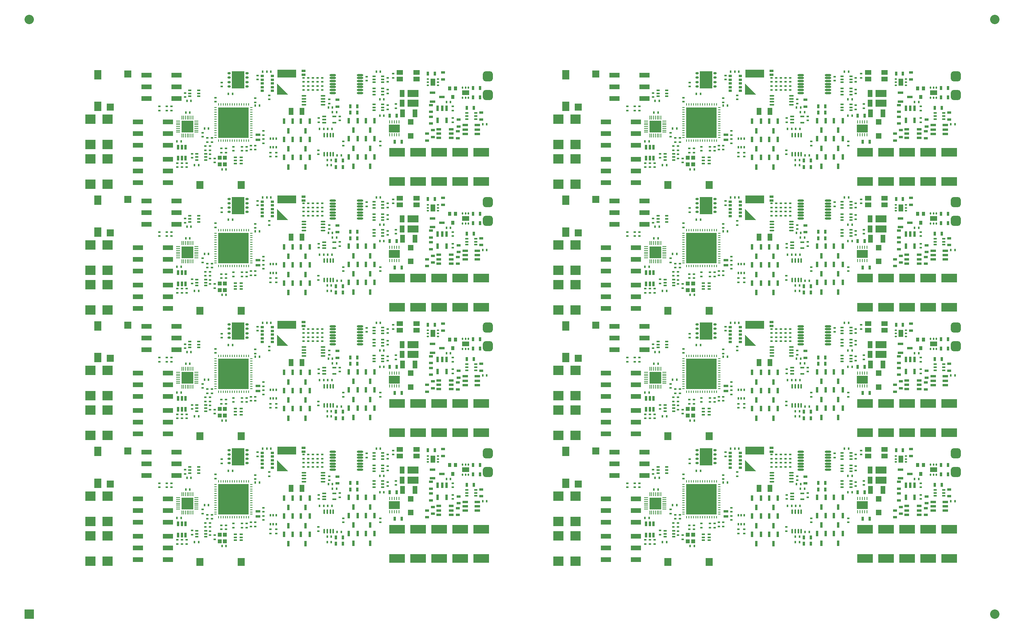
<source format=gtp>
G04 Layer_Color=8421504*
%FSLAX24Y24*%
%MOIN*%
G70*
G01*
G75*
%ADD10R,0.0800X0.0800*%
%ADD11C,0.0800*%
%ADD16R,0.0433X0.0669*%
%ADD17R,0.0236X0.0157*%
%ADD18R,0.0157X0.0236*%
%ADD19R,0.1063X0.1457*%
%ADD20O,0.0276X0.0197*%
%ADD21O,0.0098X0.0236*%
%ADD22O,0.0236X0.0098*%
%ADD23R,0.2598X0.2598*%
%ADD24R,0.0394X0.0197*%
%ADD25R,0.0255X0.0160*%
%ADD26R,0.1043X0.1043*%
%ADD27O,0.0079X0.0335*%
%ADD28O,0.0335X0.0079*%
%ADD29R,0.0217X0.0413*%
%ADD30R,0.0335X0.0374*%
%ADD31R,0.0295X0.0118*%
%ADD32R,0.0315X0.0197*%
%ADD33R,0.0165X0.0236*%
%ADD34R,0.1614X0.0669*%
%ADD35R,0.0394X0.0394*%
%ADD36O,0.0551X0.0177*%
%ADD37O,0.0394X0.0165*%
%ADD38R,0.0394X0.0591*%
%ADD39R,0.0236X0.0512*%
%ADD40R,0.0197X0.0354*%
%ADD41R,0.0354X0.0197*%
%ADD42R,0.0374X0.0177*%
%ADD43O,0.0165X0.0394*%
%ADD44R,0.0413X0.0591*%
%ADD45R,0.0945X0.0591*%
%ADD46O,0.0098X0.0276*%
%ADD47R,0.0937X0.0650*%
%ADD48R,0.0236X0.0480*%
%ADD49R,0.0512X0.0236*%
%ADD50O,0.0236X0.0118*%
%ADD51R,0.0394X0.0630*%
%ADD52R,0.0276X0.0354*%
%ADD53O,0.0118X0.0236*%
%ADD54R,0.0630X0.0394*%
%ADD55R,0.0480X0.0244*%
%ADD56R,0.0413X0.0236*%
%ADD57R,0.0512X0.0512*%
%ADD58R,0.1378X0.0768*%
%ADD59R,0.0591X0.0787*%
%ADD60R,0.0591X0.0630*%
%ADD61R,0.0591X0.0709*%
%ADD62R,0.0335X0.0217*%
%ADD63R,0.0866X0.0787*%
%ADD65R,0.0866X0.0394*%
%ADD66R,0.0551X0.0413*%
G04:AMPARAMS|DCode=67|XSize=85mil|YSize=85mil|CornerRadius=21.3mil|HoleSize=0mil|Usage=FLASHONLY|Rotation=0.000|XOffset=0mil|YOffset=0mil|HoleType=Round|Shape=RoundedRectangle|*
%AMROUNDEDRECTD67*
21,1,0.0850,0.0425,0,0,0.0*
21,1,0.0425,0.0850,0,0,0.0*
1,1,0.0425,0.0213,-0.0213*
1,1,0.0425,-0.0213,-0.0213*
1,1,0.0425,-0.0213,0.0213*
1,1,0.0425,0.0213,0.0213*
%
%ADD67ROUNDEDRECTD67*%
G36*
X66143Y48412D02*
X65198D01*
Y49357D01*
X66143Y48412D01*
D02*
G37*
G36*
X26106D02*
X25161D01*
Y49357D01*
X26106Y48412D01*
D02*
G37*
G36*
X66143Y37662D02*
X65198D01*
Y38607D01*
X66143Y37662D01*
D02*
G37*
G36*
X26106D02*
X25161D01*
Y38607D01*
X26106Y37662D01*
D02*
G37*
G36*
X66143Y26911D02*
X65198D01*
Y27856D01*
X66143Y26911D01*
D02*
G37*
G36*
X26106D02*
X25161D01*
Y27856D01*
X26106Y26911D01*
D02*
G37*
G36*
X66143Y16161D02*
X65198D01*
Y17106D01*
X66143Y16161D01*
D02*
G37*
G36*
X26106D02*
X25161D01*
Y17106D01*
X26106Y16161D01*
D02*
G37*
D10*
X3937Y3937D02*
D03*
D11*
Y54837D02*
D03*
X86567D02*
D03*
Y3937D02*
D03*
D16*
X36956Y14574D02*
D03*
X35893D02*
D03*
X76993D02*
D03*
X75930D02*
D03*
X36956Y25324D02*
D03*
X35893D02*
D03*
X76993D02*
D03*
X75930D02*
D03*
X36956Y36075D02*
D03*
X35893D02*
D03*
X76993D02*
D03*
X75930D02*
D03*
X36956Y46825D02*
D03*
X35893D02*
D03*
X76993D02*
D03*
X75930D02*
D03*
D17*
X20424Y16847D02*
D03*
Y17201D02*
D03*
X19024Y11397D02*
D03*
Y11751D02*
D03*
X19424Y11397D02*
D03*
Y11751D02*
D03*
X19574Y12451D02*
D03*
Y12097D02*
D03*
X19174Y12451D02*
D03*
Y12097D02*
D03*
X18774Y12547D02*
D03*
Y12901D02*
D03*
X19874Y15547D02*
D03*
Y15901D02*
D03*
X23974Y12697D02*
D03*
Y13051D02*
D03*
Y12351D02*
D03*
Y11997D02*
D03*
X23274Y11801D02*
D03*
Y11447D02*
D03*
X22924Y11801D02*
D03*
Y11447D02*
D03*
X22556Y11699D02*
D03*
Y11344D02*
D03*
X22156Y11699D02*
D03*
Y11344D02*
D03*
X17274Y16301D02*
D03*
Y15947D02*
D03*
X16124Y14797D02*
D03*
Y15151D02*
D03*
X15724Y14797D02*
D03*
Y15151D02*
D03*
X15074Y14797D02*
D03*
Y15151D02*
D03*
X21424Y11701D02*
D03*
Y11347D02*
D03*
X20774Y11551D02*
D03*
Y11197D02*
D03*
X20374Y11551D02*
D03*
Y11197D02*
D03*
X19424Y10697D02*
D03*
Y11051D02*
D03*
X19824Y10701D02*
D03*
Y10347D02*
D03*
X17874Y10747D02*
D03*
Y11101D02*
D03*
X17424Y9947D02*
D03*
Y10301D02*
D03*
X17024Y9947D02*
D03*
Y10301D02*
D03*
X16624Y9947D02*
D03*
Y10301D02*
D03*
X23274Y15497D02*
D03*
Y15851D02*
D03*
X23474Y17447D02*
D03*
Y17801D02*
D03*
X24474Y15747D02*
D03*
Y16101D02*
D03*
X25074Y10847D02*
D03*
Y11201D02*
D03*
X24574Y10847D02*
D03*
Y11201D02*
D03*
X27424Y17601D02*
D03*
Y17247D02*
D03*
X30824Y11797D02*
D03*
Y12151D02*
D03*
X28724Y13797D02*
D03*
Y14151D02*
D03*
X29624Y15751D02*
D03*
Y15397D02*
D03*
X30524Y14301D02*
D03*
Y13947D02*
D03*
X28674Y11401D02*
D03*
Y11047D02*
D03*
X33974Y11797D02*
D03*
Y12151D02*
D03*
X34624Y14897D02*
D03*
Y15251D02*
D03*
X35074Y17951D02*
D03*
Y17597D02*
D03*
X32824Y17347D02*
D03*
Y17701D02*
D03*
X34624Y17247D02*
D03*
Y17601D02*
D03*
Y16247D02*
D03*
Y16601D02*
D03*
X35324Y15351D02*
D03*
Y14997D02*
D03*
X40174Y14797D02*
D03*
Y15151D02*
D03*
Y14151D02*
D03*
Y13797D02*
D03*
X27424Y16547D02*
D03*
Y16901D02*
D03*
X28624Y16547D02*
D03*
Y16901D02*
D03*
Y17247D02*
D03*
Y17601D02*
D03*
X29024Y16547D02*
D03*
Y16901D02*
D03*
Y17247D02*
D03*
Y17601D02*
D03*
X27824Y16547D02*
D03*
Y16901D02*
D03*
Y17247D02*
D03*
Y17601D02*
D03*
X28224Y16547D02*
D03*
Y16901D02*
D03*
Y17247D02*
D03*
Y17601D02*
D03*
X60461Y16847D02*
D03*
Y17201D02*
D03*
X59061Y11397D02*
D03*
Y11751D02*
D03*
X59461Y11397D02*
D03*
Y11751D02*
D03*
X59611Y12451D02*
D03*
Y12097D02*
D03*
X59211Y12451D02*
D03*
Y12097D02*
D03*
X58811Y12547D02*
D03*
Y12901D02*
D03*
X59911Y15547D02*
D03*
Y15901D02*
D03*
X64011Y12697D02*
D03*
Y13051D02*
D03*
Y12351D02*
D03*
Y11997D02*
D03*
X63311Y11801D02*
D03*
Y11447D02*
D03*
X62961Y11801D02*
D03*
Y11447D02*
D03*
X62593Y11699D02*
D03*
Y11344D02*
D03*
X62193Y11699D02*
D03*
Y11344D02*
D03*
X57311Y16301D02*
D03*
Y15947D02*
D03*
X56161Y14797D02*
D03*
Y15151D02*
D03*
X55761Y14797D02*
D03*
Y15151D02*
D03*
X55111Y14797D02*
D03*
Y15151D02*
D03*
X61461Y11701D02*
D03*
Y11347D02*
D03*
X60811Y11551D02*
D03*
Y11197D02*
D03*
X60411Y11551D02*
D03*
Y11197D02*
D03*
X59461Y10697D02*
D03*
Y11051D02*
D03*
X59861Y10701D02*
D03*
Y10347D02*
D03*
X57911Y10747D02*
D03*
Y11101D02*
D03*
X57461Y9947D02*
D03*
Y10301D02*
D03*
X57061Y9947D02*
D03*
Y10301D02*
D03*
X56661Y9947D02*
D03*
Y10301D02*
D03*
X63311Y15497D02*
D03*
Y15851D02*
D03*
X63511Y17447D02*
D03*
Y17801D02*
D03*
X64511Y15747D02*
D03*
Y16101D02*
D03*
X65111Y10847D02*
D03*
Y11201D02*
D03*
X64611Y10847D02*
D03*
Y11201D02*
D03*
X67461Y17601D02*
D03*
Y17247D02*
D03*
X70861Y11797D02*
D03*
Y12151D02*
D03*
X68761Y13797D02*
D03*
Y14151D02*
D03*
X69661Y15751D02*
D03*
Y15397D02*
D03*
X70561Y14301D02*
D03*
Y13947D02*
D03*
X68711Y11401D02*
D03*
Y11047D02*
D03*
X74011Y11797D02*
D03*
Y12151D02*
D03*
X74661Y14897D02*
D03*
Y15251D02*
D03*
X75111Y17951D02*
D03*
Y17597D02*
D03*
X72861Y17347D02*
D03*
Y17701D02*
D03*
X74661Y17247D02*
D03*
Y17601D02*
D03*
Y16247D02*
D03*
Y16601D02*
D03*
X75361Y15351D02*
D03*
Y14997D02*
D03*
X80211Y14797D02*
D03*
Y15151D02*
D03*
Y14151D02*
D03*
Y13797D02*
D03*
X67461Y16547D02*
D03*
Y16901D02*
D03*
X68661Y16547D02*
D03*
Y16901D02*
D03*
Y17247D02*
D03*
Y17601D02*
D03*
X69061Y16547D02*
D03*
Y16901D02*
D03*
Y17247D02*
D03*
Y17601D02*
D03*
X67861Y16547D02*
D03*
Y16901D02*
D03*
Y17247D02*
D03*
Y17601D02*
D03*
X68261Y16547D02*
D03*
Y16901D02*
D03*
Y17247D02*
D03*
Y17601D02*
D03*
X20424Y27597D02*
D03*
Y27952D02*
D03*
X19024Y22147D02*
D03*
Y22502D02*
D03*
X19424Y22147D02*
D03*
Y22502D02*
D03*
X19574Y23202D02*
D03*
Y22847D02*
D03*
X19174Y23202D02*
D03*
Y22847D02*
D03*
X18774Y23297D02*
D03*
Y23652D02*
D03*
X19874Y26297D02*
D03*
Y26652D02*
D03*
X23974Y23447D02*
D03*
Y23802D02*
D03*
Y23102D02*
D03*
Y22747D02*
D03*
X23274Y22552D02*
D03*
Y22197D02*
D03*
X22924Y22552D02*
D03*
Y22197D02*
D03*
X22556Y22449D02*
D03*
Y22095D02*
D03*
X22156Y22449D02*
D03*
Y22095D02*
D03*
X17274Y27052D02*
D03*
Y26697D02*
D03*
X16124Y25547D02*
D03*
Y25902D02*
D03*
X15724Y25547D02*
D03*
Y25902D02*
D03*
X15074Y25547D02*
D03*
Y25902D02*
D03*
X21424Y22452D02*
D03*
Y22097D02*
D03*
X20774Y22302D02*
D03*
Y21947D02*
D03*
X20374Y22302D02*
D03*
Y21947D02*
D03*
X19424Y21447D02*
D03*
Y21802D02*
D03*
X19824Y21452D02*
D03*
Y21097D02*
D03*
X17874Y21497D02*
D03*
Y21852D02*
D03*
X17424Y20697D02*
D03*
Y21052D02*
D03*
X17024Y20697D02*
D03*
Y21052D02*
D03*
X16624Y20697D02*
D03*
Y21052D02*
D03*
X23274Y26247D02*
D03*
Y26602D02*
D03*
X23474Y28197D02*
D03*
Y28552D02*
D03*
X24474Y26497D02*
D03*
Y26852D02*
D03*
X25074Y21597D02*
D03*
Y21952D02*
D03*
X24574Y21597D02*
D03*
Y21952D02*
D03*
X27424Y28352D02*
D03*
Y27997D02*
D03*
X30824Y22547D02*
D03*
Y22902D02*
D03*
X28724Y24547D02*
D03*
Y24902D02*
D03*
X29624Y26502D02*
D03*
Y26147D02*
D03*
X30524Y25052D02*
D03*
Y24697D02*
D03*
X28674Y22152D02*
D03*
Y21797D02*
D03*
X33974Y22547D02*
D03*
Y22902D02*
D03*
X34624Y25647D02*
D03*
Y26002D02*
D03*
X35074Y28702D02*
D03*
Y28347D02*
D03*
X32824Y28097D02*
D03*
Y28452D02*
D03*
X34624Y27997D02*
D03*
Y28352D02*
D03*
Y26997D02*
D03*
Y27352D02*
D03*
X35324Y26102D02*
D03*
Y25747D02*
D03*
X40174Y25547D02*
D03*
Y25902D02*
D03*
Y24902D02*
D03*
Y24547D02*
D03*
X27424Y27297D02*
D03*
Y27652D02*
D03*
X28624Y27297D02*
D03*
Y27652D02*
D03*
Y27997D02*
D03*
Y28352D02*
D03*
X29024Y27297D02*
D03*
Y27652D02*
D03*
Y27997D02*
D03*
Y28352D02*
D03*
X27824Y27297D02*
D03*
Y27652D02*
D03*
Y27997D02*
D03*
Y28352D02*
D03*
X28224Y27297D02*
D03*
Y27652D02*
D03*
Y27997D02*
D03*
Y28352D02*
D03*
X60461Y27597D02*
D03*
Y27952D02*
D03*
X59061Y22147D02*
D03*
Y22502D02*
D03*
X59461Y22147D02*
D03*
Y22502D02*
D03*
X59611Y23202D02*
D03*
Y22847D02*
D03*
X59211Y23202D02*
D03*
Y22847D02*
D03*
X58811Y23297D02*
D03*
Y23652D02*
D03*
X59911Y26297D02*
D03*
Y26652D02*
D03*
X64011Y23447D02*
D03*
Y23802D02*
D03*
Y23102D02*
D03*
Y22747D02*
D03*
X63311Y22552D02*
D03*
Y22197D02*
D03*
X62961Y22552D02*
D03*
Y22197D02*
D03*
X62593Y22449D02*
D03*
Y22095D02*
D03*
X62193Y22449D02*
D03*
Y22095D02*
D03*
X57311Y27052D02*
D03*
Y26697D02*
D03*
X56161Y25547D02*
D03*
Y25902D02*
D03*
X55761Y25547D02*
D03*
Y25902D02*
D03*
X55111Y25547D02*
D03*
Y25902D02*
D03*
X61461Y22452D02*
D03*
Y22097D02*
D03*
X60811Y22302D02*
D03*
Y21947D02*
D03*
X60411Y22302D02*
D03*
Y21947D02*
D03*
X59461Y21447D02*
D03*
Y21802D02*
D03*
X59861Y21452D02*
D03*
Y21097D02*
D03*
X57911Y21497D02*
D03*
Y21852D02*
D03*
X57461Y20697D02*
D03*
Y21052D02*
D03*
X57061Y20697D02*
D03*
Y21052D02*
D03*
X56661Y20697D02*
D03*
Y21052D02*
D03*
X63311Y26247D02*
D03*
Y26602D02*
D03*
X63511Y28197D02*
D03*
Y28552D02*
D03*
X64511Y26497D02*
D03*
Y26852D02*
D03*
X65111Y21597D02*
D03*
Y21952D02*
D03*
X64611Y21597D02*
D03*
Y21952D02*
D03*
X67461Y28352D02*
D03*
Y27997D02*
D03*
X70861Y22547D02*
D03*
Y22902D02*
D03*
X68761Y24547D02*
D03*
Y24902D02*
D03*
X69661Y26502D02*
D03*
Y26147D02*
D03*
X70561Y25052D02*
D03*
Y24697D02*
D03*
X68711Y22152D02*
D03*
Y21797D02*
D03*
X74011Y22547D02*
D03*
Y22902D02*
D03*
X74661Y25647D02*
D03*
Y26002D02*
D03*
X75111Y28702D02*
D03*
Y28347D02*
D03*
X72861Y28097D02*
D03*
Y28452D02*
D03*
X74661Y27997D02*
D03*
Y28352D02*
D03*
Y26997D02*
D03*
Y27352D02*
D03*
X75361Y26102D02*
D03*
Y25747D02*
D03*
X80211Y25547D02*
D03*
Y25902D02*
D03*
Y24902D02*
D03*
Y24547D02*
D03*
X67461Y27297D02*
D03*
Y27652D02*
D03*
X68661Y27297D02*
D03*
Y27652D02*
D03*
Y27997D02*
D03*
Y28352D02*
D03*
X69061Y27297D02*
D03*
Y27652D02*
D03*
Y27997D02*
D03*
Y28352D02*
D03*
X67861Y27297D02*
D03*
Y27652D02*
D03*
Y27997D02*
D03*
Y28352D02*
D03*
X68261Y27297D02*
D03*
Y27652D02*
D03*
Y27997D02*
D03*
Y28352D02*
D03*
X20424Y38348D02*
D03*
Y38702D02*
D03*
X19024Y32898D02*
D03*
Y33252D02*
D03*
X19424Y32898D02*
D03*
Y33252D02*
D03*
X19574Y33952D02*
D03*
Y33598D02*
D03*
X19174Y33952D02*
D03*
Y33598D02*
D03*
X18774Y34048D02*
D03*
Y34402D02*
D03*
X19874Y37048D02*
D03*
Y37402D02*
D03*
X23974Y34198D02*
D03*
Y34552D02*
D03*
Y33852D02*
D03*
Y33498D02*
D03*
X23274Y33302D02*
D03*
Y32948D02*
D03*
X22924Y33302D02*
D03*
Y32948D02*
D03*
X22556Y33199D02*
D03*
Y32845D02*
D03*
X22156Y33199D02*
D03*
Y32845D02*
D03*
X17274Y37802D02*
D03*
Y37448D02*
D03*
X16124Y36298D02*
D03*
Y36652D02*
D03*
X15724Y36298D02*
D03*
Y36652D02*
D03*
X15074Y36298D02*
D03*
Y36652D02*
D03*
X21424Y33202D02*
D03*
Y32848D02*
D03*
X20774Y33052D02*
D03*
Y32698D02*
D03*
X20374Y33052D02*
D03*
Y32698D02*
D03*
X19424Y32198D02*
D03*
Y32552D02*
D03*
X19824Y32202D02*
D03*
Y31848D02*
D03*
X17874Y32248D02*
D03*
Y32602D02*
D03*
X17424Y31448D02*
D03*
Y31802D02*
D03*
X17024Y31448D02*
D03*
Y31802D02*
D03*
X16624Y31448D02*
D03*
Y31802D02*
D03*
X23274Y36998D02*
D03*
Y37352D02*
D03*
X23474Y38948D02*
D03*
Y39302D02*
D03*
X24474Y37248D02*
D03*
Y37602D02*
D03*
X25074Y32348D02*
D03*
Y32702D02*
D03*
X24574Y32348D02*
D03*
Y32702D02*
D03*
X27424Y39102D02*
D03*
Y38748D02*
D03*
X30824Y33298D02*
D03*
Y33652D02*
D03*
X28724Y35298D02*
D03*
Y35652D02*
D03*
X29624Y37252D02*
D03*
Y36898D02*
D03*
X30524Y35802D02*
D03*
Y35448D02*
D03*
X28674Y32902D02*
D03*
Y32548D02*
D03*
X33974Y33298D02*
D03*
Y33652D02*
D03*
X34624Y36398D02*
D03*
Y36752D02*
D03*
X35074Y39452D02*
D03*
Y39098D02*
D03*
X32824Y38848D02*
D03*
Y39202D02*
D03*
X34624Y38748D02*
D03*
Y39102D02*
D03*
Y37748D02*
D03*
Y38102D02*
D03*
X35324Y36852D02*
D03*
Y36498D02*
D03*
X40174Y36298D02*
D03*
Y36652D02*
D03*
Y35652D02*
D03*
Y35298D02*
D03*
X27424Y38048D02*
D03*
Y38402D02*
D03*
X28624Y38048D02*
D03*
Y38402D02*
D03*
Y38748D02*
D03*
Y39102D02*
D03*
X29024Y38048D02*
D03*
Y38402D02*
D03*
Y38748D02*
D03*
Y39102D02*
D03*
X27824Y38048D02*
D03*
Y38402D02*
D03*
Y38748D02*
D03*
Y39102D02*
D03*
X28224Y38048D02*
D03*
Y38402D02*
D03*
Y38748D02*
D03*
Y39102D02*
D03*
X60461Y38348D02*
D03*
Y38702D02*
D03*
X59061Y32898D02*
D03*
Y33252D02*
D03*
X59461Y32898D02*
D03*
Y33252D02*
D03*
X59611Y33952D02*
D03*
Y33598D02*
D03*
X59211Y33952D02*
D03*
Y33598D02*
D03*
X58811Y34048D02*
D03*
Y34402D02*
D03*
X59911Y37048D02*
D03*
Y37402D02*
D03*
X64011Y34198D02*
D03*
Y34552D02*
D03*
Y33852D02*
D03*
Y33498D02*
D03*
X63311Y33302D02*
D03*
Y32948D02*
D03*
X62961Y33302D02*
D03*
Y32948D02*
D03*
X62593Y33199D02*
D03*
Y32845D02*
D03*
X62193Y33199D02*
D03*
Y32845D02*
D03*
X57311Y37802D02*
D03*
Y37448D02*
D03*
X56161Y36298D02*
D03*
Y36652D02*
D03*
X55761Y36298D02*
D03*
Y36652D02*
D03*
X55111Y36298D02*
D03*
Y36652D02*
D03*
X61461Y33202D02*
D03*
Y32848D02*
D03*
X60811Y33052D02*
D03*
Y32698D02*
D03*
X60411Y33052D02*
D03*
Y32698D02*
D03*
X59461Y32198D02*
D03*
Y32552D02*
D03*
X59861Y32202D02*
D03*
Y31848D02*
D03*
X57911Y32248D02*
D03*
Y32602D02*
D03*
X57461Y31448D02*
D03*
Y31802D02*
D03*
X57061Y31448D02*
D03*
Y31802D02*
D03*
X56661Y31448D02*
D03*
Y31802D02*
D03*
X63311Y36998D02*
D03*
Y37352D02*
D03*
X63511Y38948D02*
D03*
Y39302D02*
D03*
X64511Y37248D02*
D03*
Y37602D02*
D03*
X65111Y32348D02*
D03*
Y32702D02*
D03*
X64611Y32348D02*
D03*
Y32702D02*
D03*
X67461Y39102D02*
D03*
Y38748D02*
D03*
X70861Y33298D02*
D03*
Y33652D02*
D03*
X68761Y35298D02*
D03*
Y35652D02*
D03*
X69661Y37252D02*
D03*
Y36898D02*
D03*
X70561Y35802D02*
D03*
Y35448D02*
D03*
X68711Y32902D02*
D03*
Y32548D02*
D03*
X74011Y33298D02*
D03*
Y33652D02*
D03*
X74661Y36398D02*
D03*
Y36752D02*
D03*
X75111Y39452D02*
D03*
Y39098D02*
D03*
X72861Y38848D02*
D03*
Y39202D02*
D03*
X74661Y38748D02*
D03*
Y39102D02*
D03*
Y37748D02*
D03*
Y38102D02*
D03*
X75361Y36852D02*
D03*
Y36498D02*
D03*
X80211Y36298D02*
D03*
Y36652D02*
D03*
Y35652D02*
D03*
Y35298D02*
D03*
X67461Y38048D02*
D03*
Y38402D02*
D03*
X68661Y38048D02*
D03*
Y38402D02*
D03*
Y38748D02*
D03*
Y39102D02*
D03*
X69061Y38048D02*
D03*
Y38402D02*
D03*
Y38748D02*
D03*
Y39102D02*
D03*
X67861Y38048D02*
D03*
Y38402D02*
D03*
Y38748D02*
D03*
Y39102D02*
D03*
X68261Y38048D02*
D03*
Y38402D02*
D03*
Y38748D02*
D03*
Y39102D02*
D03*
X20424Y49098D02*
D03*
Y49452D02*
D03*
X19024Y43648D02*
D03*
Y44002D02*
D03*
X19424Y43648D02*
D03*
Y44002D02*
D03*
X19574Y44702D02*
D03*
Y44348D02*
D03*
X19174Y44702D02*
D03*
Y44348D02*
D03*
X18774Y44798D02*
D03*
Y45152D02*
D03*
X19874Y47798D02*
D03*
Y48152D02*
D03*
X23974Y44948D02*
D03*
Y45302D02*
D03*
Y44602D02*
D03*
Y44248D02*
D03*
X23274Y44052D02*
D03*
Y43698D02*
D03*
X22924Y44052D02*
D03*
Y43698D02*
D03*
X22556Y43950D02*
D03*
Y43595D02*
D03*
X22156Y43950D02*
D03*
Y43595D02*
D03*
X17274Y48552D02*
D03*
Y48198D02*
D03*
X16124Y47048D02*
D03*
Y47402D02*
D03*
X15724Y47048D02*
D03*
Y47402D02*
D03*
X15074Y47048D02*
D03*
Y47402D02*
D03*
X21424Y43952D02*
D03*
Y43598D02*
D03*
X20774Y43802D02*
D03*
Y43448D02*
D03*
X20374Y43802D02*
D03*
Y43448D02*
D03*
X19424Y42948D02*
D03*
Y43302D02*
D03*
X19824Y42952D02*
D03*
Y42598D02*
D03*
X17874Y42998D02*
D03*
Y43352D02*
D03*
X17424Y42198D02*
D03*
Y42552D02*
D03*
X17024Y42198D02*
D03*
Y42552D02*
D03*
X16624Y42198D02*
D03*
Y42552D02*
D03*
X23274Y47748D02*
D03*
Y48102D02*
D03*
X23474Y49698D02*
D03*
Y50052D02*
D03*
X24474Y47998D02*
D03*
Y48352D02*
D03*
X25074Y43098D02*
D03*
Y43452D02*
D03*
X24574Y43098D02*
D03*
Y43452D02*
D03*
X27424Y49852D02*
D03*
Y49498D02*
D03*
X30824Y44048D02*
D03*
Y44402D02*
D03*
X28724Y46048D02*
D03*
Y46402D02*
D03*
X29624Y48002D02*
D03*
Y47648D02*
D03*
X30524Y46552D02*
D03*
Y46198D02*
D03*
X28674Y43652D02*
D03*
Y43298D02*
D03*
X33974Y44048D02*
D03*
Y44402D02*
D03*
X34624Y47148D02*
D03*
Y47502D02*
D03*
X35074Y50202D02*
D03*
Y49848D02*
D03*
X32824Y49598D02*
D03*
Y49952D02*
D03*
X34624Y49498D02*
D03*
Y49852D02*
D03*
Y48498D02*
D03*
Y48852D02*
D03*
X35324Y47602D02*
D03*
Y47248D02*
D03*
X40174Y47048D02*
D03*
Y47402D02*
D03*
Y46402D02*
D03*
Y46048D02*
D03*
X27424Y48798D02*
D03*
Y49152D02*
D03*
X28624Y48798D02*
D03*
Y49152D02*
D03*
Y49498D02*
D03*
Y49852D02*
D03*
X29024Y48798D02*
D03*
Y49152D02*
D03*
Y49498D02*
D03*
Y49852D02*
D03*
X27824Y48798D02*
D03*
Y49152D02*
D03*
Y49498D02*
D03*
Y49852D02*
D03*
X28224Y48798D02*
D03*
Y49152D02*
D03*
Y49498D02*
D03*
Y49852D02*
D03*
X60461Y49098D02*
D03*
Y49452D02*
D03*
X59061Y43648D02*
D03*
Y44002D02*
D03*
X59461Y43648D02*
D03*
Y44002D02*
D03*
X59611Y44702D02*
D03*
Y44348D02*
D03*
X59211Y44702D02*
D03*
Y44348D02*
D03*
X58811Y44798D02*
D03*
Y45152D02*
D03*
X59911Y47798D02*
D03*
Y48152D02*
D03*
X64011Y44948D02*
D03*
Y45302D02*
D03*
Y44602D02*
D03*
Y44248D02*
D03*
X63311Y44052D02*
D03*
Y43698D02*
D03*
X62961Y44052D02*
D03*
Y43698D02*
D03*
X62593Y43950D02*
D03*
Y43595D02*
D03*
X62193Y43950D02*
D03*
Y43595D02*
D03*
X57311Y48552D02*
D03*
Y48198D02*
D03*
X56161Y47048D02*
D03*
Y47402D02*
D03*
X55761Y47048D02*
D03*
Y47402D02*
D03*
X55111Y47048D02*
D03*
Y47402D02*
D03*
X61461Y43952D02*
D03*
Y43598D02*
D03*
X60811Y43802D02*
D03*
Y43448D02*
D03*
X60411Y43802D02*
D03*
Y43448D02*
D03*
X59461Y42948D02*
D03*
Y43302D02*
D03*
X59861Y42952D02*
D03*
Y42598D02*
D03*
X57911Y42998D02*
D03*
Y43352D02*
D03*
X57461Y42198D02*
D03*
Y42552D02*
D03*
X57061Y42198D02*
D03*
Y42552D02*
D03*
X56661Y42198D02*
D03*
Y42552D02*
D03*
X63311Y47748D02*
D03*
Y48102D02*
D03*
X63511Y49698D02*
D03*
Y50052D02*
D03*
X64511Y47998D02*
D03*
Y48352D02*
D03*
X65111Y43098D02*
D03*
Y43452D02*
D03*
X64611Y43098D02*
D03*
Y43452D02*
D03*
X67461Y49852D02*
D03*
Y49498D02*
D03*
X70861Y44048D02*
D03*
Y44402D02*
D03*
X68761Y46048D02*
D03*
Y46402D02*
D03*
X69661Y48002D02*
D03*
Y47648D02*
D03*
X70561Y46552D02*
D03*
Y46198D02*
D03*
X68711Y43652D02*
D03*
Y43298D02*
D03*
X74011Y44048D02*
D03*
Y44402D02*
D03*
X74661Y47148D02*
D03*
Y47502D02*
D03*
X75111Y50202D02*
D03*
Y49848D02*
D03*
X72861Y49598D02*
D03*
Y49952D02*
D03*
X74661Y49498D02*
D03*
Y49852D02*
D03*
Y48498D02*
D03*
Y48852D02*
D03*
X75361Y47602D02*
D03*
Y47248D02*
D03*
X80211Y47048D02*
D03*
Y47402D02*
D03*
Y46402D02*
D03*
Y46048D02*
D03*
X67461Y48798D02*
D03*
Y49152D02*
D03*
X68661Y48798D02*
D03*
Y49152D02*
D03*
Y49498D02*
D03*
Y49852D02*
D03*
X69061Y48798D02*
D03*
Y49152D02*
D03*
Y49498D02*
D03*
Y49852D02*
D03*
X67861Y48798D02*
D03*
Y49152D02*
D03*
Y49498D02*
D03*
Y49852D02*
D03*
X68261Y48798D02*
D03*
Y49152D02*
D03*
Y49498D02*
D03*
Y49852D02*
D03*
D18*
X19301Y13274D02*
D03*
X18947D02*
D03*
X20997Y16224D02*
D03*
X21351D02*
D03*
X17801Y15624D02*
D03*
X17447D02*
D03*
X17347Y14624D02*
D03*
X17701D02*
D03*
X16597Y12174D02*
D03*
X16951D02*
D03*
X18097Y10124D02*
D03*
X18451D02*
D03*
X20801Y9774D02*
D03*
X20447D02*
D03*
X23297Y15224D02*
D03*
X23651D02*
D03*
X24274Y18124D02*
D03*
X23920D02*
D03*
X29901Y15074D02*
D03*
X29547D02*
D03*
X30251Y14674D02*
D03*
X29897D02*
D03*
X29497Y13224D02*
D03*
X29851D02*
D03*
X28797D02*
D03*
X29151D02*
D03*
X29447Y10574D02*
D03*
X29801D02*
D03*
X29447Y10124D02*
D03*
X29801D02*
D03*
X30297Y10974D02*
D03*
X30651D02*
D03*
X34001Y18124D02*
D03*
X33647D02*
D03*
X33947Y15774D02*
D03*
X34301D02*
D03*
X33947Y14374D02*
D03*
X34301D02*
D03*
X40001Y15524D02*
D03*
X39647D02*
D03*
X42747Y13624D02*
D03*
X43101D02*
D03*
X24624Y18124D02*
D03*
X24270D02*
D03*
X59339Y13274D02*
D03*
X58984D02*
D03*
X61034Y16224D02*
D03*
X61389D02*
D03*
X57839Y15624D02*
D03*
X57484D02*
D03*
X57384Y14624D02*
D03*
X57739D02*
D03*
X56634Y12174D02*
D03*
X56989D02*
D03*
X58134Y10124D02*
D03*
X58489D02*
D03*
X60839Y9774D02*
D03*
X60484D02*
D03*
X63334Y15224D02*
D03*
X63689D02*
D03*
X64311Y18124D02*
D03*
X63957D02*
D03*
X69939Y15074D02*
D03*
X69584D02*
D03*
X70289Y14674D02*
D03*
X69934D02*
D03*
X69534Y13224D02*
D03*
X69889D02*
D03*
X68834D02*
D03*
X69189D02*
D03*
X69484Y10574D02*
D03*
X69839D02*
D03*
X69484Y10124D02*
D03*
X69839D02*
D03*
X70334Y10974D02*
D03*
X70689D02*
D03*
X74039Y18124D02*
D03*
X73684D02*
D03*
X73984Y15774D02*
D03*
X74339D02*
D03*
X73984Y14374D02*
D03*
X74339D02*
D03*
X80039Y15524D02*
D03*
X79684D02*
D03*
X82784Y13624D02*
D03*
X83139D02*
D03*
X64661Y18124D02*
D03*
X64307D02*
D03*
X19301Y24024D02*
D03*
X18947D02*
D03*
X20997Y26974D02*
D03*
X21351D02*
D03*
X17801Y26374D02*
D03*
X17447D02*
D03*
X17347Y25374D02*
D03*
X17701D02*
D03*
X16597Y22924D02*
D03*
X16951D02*
D03*
X18097Y20874D02*
D03*
X18451D02*
D03*
X20801Y20524D02*
D03*
X20447D02*
D03*
X23297Y25974D02*
D03*
X23651D02*
D03*
X24274Y28874D02*
D03*
X23920D02*
D03*
X29901Y25824D02*
D03*
X29547D02*
D03*
X30251Y25424D02*
D03*
X29897D02*
D03*
X29497Y23974D02*
D03*
X29851D02*
D03*
X28797D02*
D03*
X29151D02*
D03*
X29447Y21324D02*
D03*
X29801D02*
D03*
X29447Y20874D02*
D03*
X29801D02*
D03*
X30297Y21724D02*
D03*
X30651D02*
D03*
X34001Y28874D02*
D03*
X33647D02*
D03*
X33947Y26524D02*
D03*
X34301D02*
D03*
X33947Y25124D02*
D03*
X34301D02*
D03*
X40001Y26274D02*
D03*
X39647D02*
D03*
X42747Y24374D02*
D03*
X43101D02*
D03*
X24624Y28874D02*
D03*
X24270D02*
D03*
X59339Y24024D02*
D03*
X58984D02*
D03*
X61034Y26974D02*
D03*
X61389D02*
D03*
X57839Y26374D02*
D03*
X57484D02*
D03*
X57384Y25374D02*
D03*
X57739D02*
D03*
X56634Y22924D02*
D03*
X56989D02*
D03*
X58134Y20874D02*
D03*
X58489D02*
D03*
X60839Y20524D02*
D03*
X60484D02*
D03*
X63334Y25974D02*
D03*
X63689D02*
D03*
X64311Y28874D02*
D03*
X63957D02*
D03*
X69939Y25824D02*
D03*
X69584D02*
D03*
X70289Y25424D02*
D03*
X69934D02*
D03*
X69534Y23974D02*
D03*
X69889D02*
D03*
X68834D02*
D03*
X69189D02*
D03*
X69484Y21324D02*
D03*
X69839D02*
D03*
X69484Y20874D02*
D03*
X69839D02*
D03*
X70334Y21724D02*
D03*
X70689D02*
D03*
X74039Y28874D02*
D03*
X73684D02*
D03*
X73984Y26524D02*
D03*
X74339D02*
D03*
X73984Y25124D02*
D03*
X74339D02*
D03*
X80039Y26274D02*
D03*
X79684D02*
D03*
X82784Y24374D02*
D03*
X83139D02*
D03*
X64661Y28874D02*
D03*
X64307D02*
D03*
X19301Y34775D02*
D03*
X18947D02*
D03*
X20997Y37725D02*
D03*
X21351D02*
D03*
X17801Y37125D02*
D03*
X17447D02*
D03*
X17347Y36125D02*
D03*
X17701D02*
D03*
X16597Y33675D02*
D03*
X16951D02*
D03*
X18097Y31625D02*
D03*
X18451D02*
D03*
X20801Y31275D02*
D03*
X20447D02*
D03*
X23297Y36725D02*
D03*
X23651D02*
D03*
X24274Y39625D02*
D03*
X23920D02*
D03*
X29901Y36575D02*
D03*
X29547D02*
D03*
X30251Y36175D02*
D03*
X29897D02*
D03*
X29497Y34725D02*
D03*
X29851D02*
D03*
X28797D02*
D03*
X29151D02*
D03*
X29447Y32075D02*
D03*
X29801D02*
D03*
X29447Y31625D02*
D03*
X29801D02*
D03*
X30297Y32475D02*
D03*
X30651D02*
D03*
X34001Y39625D02*
D03*
X33647D02*
D03*
X33947Y37275D02*
D03*
X34301D02*
D03*
X33947Y35875D02*
D03*
X34301D02*
D03*
X40001Y37025D02*
D03*
X39647D02*
D03*
X42747Y35125D02*
D03*
X43101D02*
D03*
X24624Y39625D02*
D03*
X24270D02*
D03*
X59339Y34775D02*
D03*
X58984D02*
D03*
X61034Y37725D02*
D03*
X61389D02*
D03*
X57839Y37125D02*
D03*
X57484D02*
D03*
X57384Y36125D02*
D03*
X57739D02*
D03*
X56634Y33675D02*
D03*
X56989D02*
D03*
X58134Y31625D02*
D03*
X58489D02*
D03*
X60839Y31275D02*
D03*
X60484D02*
D03*
X63334Y36725D02*
D03*
X63689D02*
D03*
X64311Y39625D02*
D03*
X63957D02*
D03*
X69939Y36575D02*
D03*
X69584D02*
D03*
X70289Y36175D02*
D03*
X69934D02*
D03*
X69534Y34725D02*
D03*
X69889D02*
D03*
X68834D02*
D03*
X69189D02*
D03*
X69484Y32075D02*
D03*
X69839D02*
D03*
X69484Y31625D02*
D03*
X69839D02*
D03*
X70334Y32475D02*
D03*
X70689D02*
D03*
X74039Y39625D02*
D03*
X73684D02*
D03*
X73984Y37275D02*
D03*
X74339D02*
D03*
X73984Y35875D02*
D03*
X74339D02*
D03*
X80039Y37025D02*
D03*
X79684D02*
D03*
X82784Y35125D02*
D03*
X83139D02*
D03*
X64661Y39625D02*
D03*
X64307D02*
D03*
X19301Y45525D02*
D03*
X18947D02*
D03*
X20997Y48475D02*
D03*
X21351D02*
D03*
X17801Y47875D02*
D03*
X17447D02*
D03*
X17347Y46875D02*
D03*
X17701D02*
D03*
X16597Y44425D02*
D03*
X16951D02*
D03*
X18097Y42375D02*
D03*
X18451D02*
D03*
X20801Y42025D02*
D03*
X20447D02*
D03*
X23297Y47475D02*
D03*
X23651D02*
D03*
X24274Y50375D02*
D03*
X23920D02*
D03*
X29901Y47325D02*
D03*
X29547D02*
D03*
X30251Y46925D02*
D03*
X29897D02*
D03*
X29497Y45475D02*
D03*
X29851D02*
D03*
X28797D02*
D03*
X29151D02*
D03*
X29447Y42825D02*
D03*
X29801D02*
D03*
X29447Y42375D02*
D03*
X29801D02*
D03*
X30297Y43225D02*
D03*
X30651D02*
D03*
X34001Y50375D02*
D03*
X33647D02*
D03*
X33947Y48025D02*
D03*
X34301D02*
D03*
X33947Y46625D02*
D03*
X34301D02*
D03*
X40001Y47775D02*
D03*
X39647D02*
D03*
X42747Y45875D02*
D03*
X43101D02*
D03*
X24624Y50375D02*
D03*
X24270D02*
D03*
X59339Y45525D02*
D03*
X58984D02*
D03*
X61034Y48475D02*
D03*
X61389D02*
D03*
X57839Y47875D02*
D03*
X57484D02*
D03*
X57384Y46875D02*
D03*
X57739D02*
D03*
X56634Y44425D02*
D03*
X56989D02*
D03*
X58134Y42375D02*
D03*
X58489D02*
D03*
X60839Y42025D02*
D03*
X60484D02*
D03*
X63334Y47475D02*
D03*
X63689D02*
D03*
X64311Y50375D02*
D03*
X63957D02*
D03*
X69939Y47325D02*
D03*
X69584D02*
D03*
X70289Y46925D02*
D03*
X69934D02*
D03*
X69534Y45475D02*
D03*
X69889D02*
D03*
X68834D02*
D03*
X69189D02*
D03*
X69484Y42825D02*
D03*
X69839D02*
D03*
X69484Y42375D02*
D03*
X69839D02*
D03*
X70334Y43225D02*
D03*
X70689D02*
D03*
X74039Y50375D02*
D03*
X73684D02*
D03*
X73984Y48025D02*
D03*
X74339D02*
D03*
X73984Y46625D02*
D03*
X74339D02*
D03*
X80039Y47775D02*
D03*
X79684D02*
D03*
X82784Y45875D02*
D03*
X83139D02*
D03*
X64661Y50375D02*
D03*
X64307D02*
D03*
D19*
X21824Y17424D02*
D03*
X61861D02*
D03*
X21824Y28174D02*
D03*
X61861D02*
D03*
X21824Y38925D02*
D03*
X61861D02*
D03*
X21824Y49675D02*
D03*
X61861D02*
D03*
D20*
X21056Y16863D02*
D03*
Y17237D02*
D03*
Y17611D02*
D03*
Y17985D02*
D03*
X22592D02*
D03*
Y17611D02*
D03*
Y17237D02*
D03*
Y16863D02*
D03*
X61094D02*
D03*
Y17237D02*
D03*
Y17611D02*
D03*
Y17985D02*
D03*
X62629D02*
D03*
Y17611D02*
D03*
Y17237D02*
D03*
Y16863D02*
D03*
X21056Y27613D02*
D03*
Y27987D02*
D03*
Y28361D02*
D03*
Y28735D02*
D03*
X22592D02*
D03*
Y28361D02*
D03*
Y27987D02*
D03*
Y27613D02*
D03*
X61094D02*
D03*
Y27987D02*
D03*
Y28361D02*
D03*
Y28735D02*
D03*
X62629D02*
D03*
Y28361D02*
D03*
Y27987D02*
D03*
Y27613D02*
D03*
X21056Y38364D02*
D03*
Y38738D02*
D03*
Y39112D02*
D03*
Y39486D02*
D03*
X22592D02*
D03*
Y39112D02*
D03*
Y38738D02*
D03*
Y38364D02*
D03*
X61094D02*
D03*
Y38738D02*
D03*
Y39112D02*
D03*
Y39486D02*
D03*
X62629D02*
D03*
Y39112D02*
D03*
Y38738D02*
D03*
Y38364D02*
D03*
X21056Y49114D02*
D03*
Y49488D02*
D03*
Y49862D02*
D03*
Y50236D02*
D03*
X22592D02*
D03*
Y49862D02*
D03*
Y49488D02*
D03*
Y49114D02*
D03*
X61094D02*
D03*
Y49488D02*
D03*
Y49862D02*
D03*
Y50236D02*
D03*
X62629D02*
D03*
Y49862D02*
D03*
Y49488D02*
D03*
Y49114D02*
D03*
D21*
X22704Y15310D02*
D03*
X22507D02*
D03*
X22310D02*
D03*
X22113D02*
D03*
X21916D02*
D03*
X21719D02*
D03*
X21523D02*
D03*
X21326D02*
D03*
X21129D02*
D03*
X20932D02*
D03*
X20735D02*
D03*
X20538D02*
D03*
X20341D02*
D03*
X20145D02*
D03*
Y12239D02*
D03*
X20341D02*
D03*
X20538D02*
D03*
X20735D02*
D03*
X20932D02*
D03*
X21129D02*
D03*
X21326D02*
D03*
X21523D02*
D03*
X21719D02*
D03*
X21916D02*
D03*
X22113D02*
D03*
X22310D02*
D03*
X22507D02*
D03*
X22704D02*
D03*
X62741Y15310D02*
D03*
X62544D02*
D03*
X62347D02*
D03*
X62150D02*
D03*
X61954D02*
D03*
X61757D02*
D03*
X61560D02*
D03*
X61363D02*
D03*
X61166D02*
D03*
X60969D02*
D03*
X60773D02*
D03*
X60576D02*
D03*
X60379D02*
D03*
X60182D02*
D03*
Y12239D02*
D03*
X60379D02*
D03*
X60576D02*
D03*
X60773D02*
D03*
X60969D02*
D03*
X61166D02*
D03*
X61363D02*
D03*
X61560D02*
D03*
X61757D02*
D03*
X61954D02*
D03*
X62150D02*
D03*
X62347D02*
D03*
X62544D02*
D03*
X62741D02*
D03*
X22704Y26060D02*
D03*
X22507D02*
D03*
X22310D02*
D03*
X22113D02*
D03*
X21916D02*
D03*
X21719D02*
D03*
X21523D02*
D03*
X21326D02*
D03*
X21129D02*
D03*
X20932D02*
D03*
X20735D02*
D03*
X20538D02*
D03*
X20341D02*
D03*
X20145D02*
D03*
Y22989D02*
D03*
X20341D02*
D03*
X20538D02*
D03*
X20735D02*
D03*
X20932D02*
D03*
X21129D02*
D03*
X21326D02*
D03*
X21523D02*
D03*
X21719D02*
D03*
X21916D02*
D03*
X22113D02*
D03*
X22310D02*
D03*
X22507D02*
D03*
X22704D02*
D03*
X62741Y26060D02*
D03*
X62544D02*
D03*
X62347D02*
D03*
X62150D02*
D03*
X61954D02*
D03*
X61757D02*
D03*
X61560D02*
D03*
X61363D02*
D03*
X61166D02*
D03*
X60969D02*
D03*
X60773D02*
D03*
X60576D02*
D03*
X60379D02*
D03*
X60182D02*
D03*
Y22989D02*
D03*
X60379D02*
D03*
X60576D02*
D03*
X60773D02*
D03*
X60969D02*
D03*
X61166D02*
D03*
X61363D02*
D03*
X61560D02*
D03*
X61757D02*
D03*
X61954D02*
D03*
X62150D02*
D03*
X62347D02*
D03*
X62544D02*
D03*
X62741D02*
D03*
X22704Y36810D02*
D03*
X22507D02*
D03*
X22310D02*
D03*
X22113D02*
D03*
X21916D02*
D03*
X21719D02*
D03*
X21523D02*
D03*
X21326D02*
D03*
X21129D02*
D03*
X20932D02*
D03*
X20735D02*
D03*
X20538D02*
D03*
X20341D02*
D03*
X20145D02*
D03*
Y33739D02*
D03*
X20341D02*
D03*
X20538D02*
D03*
X20735D02*
D03*
X20932D02*
D03*
X21129D02*
D03*
X21326D02*
D03*
X21523D02*
D03*
X21719D02*
D03*
X21916D02*
D03*
X22113D02*
D03*
X22310D02*
D03*
X22507D02*
D03*
X22704D02*
D03*
X62741Y36810D02*
D03*
X62544D02*
D03*
X62347D02*
D03*
X62150D02*
D03*
X61954D02*
D03*
X61757D02*
D03*
X61560D02*
D03*
X61363D02*
D03*
X61166D02*
D03*
X60969D02*
D03*
X60773D02*
D03*
X60576D02*
D03*
X60379D02*
D03*
X60182D02*
D03*
Y33739D02*
D03*
X60379D02*
D03*
X60576D02*
D03*
X60773D02*
D03*
X60969D02*
D03*
X61166D02*
D03*
X61363D02*
D03*
X61560D02*
D03*
X61757D02*
D03*
X61954D02*
D03*
X62150D02*
D03*
X62347D02*
D03*
X62544D02*
D03*
X62741D02*
D03*
X22704Y47561D02*
D03*
X22507D02*
D03*
X22310D02*
D03*
X22113D02*
D03*
X21916D02*
D03*
X21719D02*
D03*
X21523D02*
D03*
X21326D02*
D03*
X21129D02*
D03*
X20932D02*
D03*
X20735D02*
D03*
X20538D02*
D03*
X20341D02*
D03*
X20145D02*
D03*
Y44490D02*
D03*
X20341D02*
D03*
X20538D02*
D03*
X20735D02*
D03*
X20932D02*
D03*
X21129D02*
D03*
X21326D02*
D03*
X21523D02*
D03*
X21719D02*
D03*
X21916D02*
D03*
X22113D02*
D03*
X22310D02*
D03*
X22507D02*
D03*
X22704D02*
D03*
X62741Y47561D02*
D03*
X62544D02*
D03*
X62347D02*
D03*
X62150D02*
D03*
X61954D02*
D03*
X61757D02*
D03*
X61560D02*
D03*
X61363D02*
D03*
X61166D02*
D03*
X60969D02*
D03*
X60773D02*
D03*
X60576D02*
D03*
X60379D02*
D03*
X60182D02*
D03*
Y44490D02*
D03*
X60379D02*
D03*
X60576D02*
D03*
X60773D02*
D03*
X60969D02*
D03*
X61166D02*
D03*
X61363D02*
D03*
X61560D02*
D03*
X61757D02*
D03*
X61954D02*
D03*
X62150D02*
D03*
X62347D02*
D03*
X62544D02*
D03*
X62741D02*
D03*
D22*
X19889Y15054D02*
D03*
Y14857D02*
D03*
Y14660D02*
D03*
Y14463D02*
D03*
Y14266D02*
D03*
Y14069D02*
D03*
Y13873D02*
D03*
Y13676D02*
D03*
Y13479D02*
D03*
Y13282D02*
D03*
Y13085D02*
D03*
Y12888D02*
D03*
Y12691D02*
D03*
Y12495D02*
D03*
X22960D02*
D03*
Y12691D02*
D03*
Y12888D02*
D03*
Y13085D02*
D03*
Y13282D02*
D03*
Y13479D02*
D03*
Y13676D02*
D03*
Y13873D02*
D03*
Y14069D02*
D03*
Y14266D02*
D03*
Y14463D02*
D03*
Y14660D02*
D03*
Y14857D02*
D03*
Y15054D02*
D03*
X59926D02*
D03*
Y14857D02*
D03*
Y14660D02*
D03*
Y14463D02*
D03*
Y14266D02*
D03*
Y14069D02*
D03*
Y13873D02*
D03*
Y13676D02*
D03*
Y13479D02*
D03*
Y13282D02*
D03*
Y13085D02*
D03*
Y12888D02*
D03*
Y12691D02*
D03*
Y12495D02*
D03*
X62997D02*
D03*
Y12691D02*
D03*
Y12888D02*
D03*
Y13085D02*
D03*
Y13282D02*
D03*
Y13479D02*
D03*
Y13676D02*
D03*
Y13873D02*
D03*
Y14069D02*
D03*
Y14266D02*
D03*
Y14463D02*
D03*
Y14660D02*
D03*
Y14857D02*
D03*
Y15054D02*
D03*
X19889Y25804D02*
D03*
Y25607D02*
D03*
Y25410D02*
D03*
Y25213D02*
D03*
Y25017D02*
D03*
Y24820D02*
D03*
Y24623D02*
D03*
Y24426D02*
D03*
Y24229D02*
D03*
Y24032D02*
D03*
Y23835D02*
D03*
Y23639D02*
D03*
Y23442D02*
D03*
Y23245D02*
D03*
X22960D02*
D03*
Y23442D02*
D03*
Y23639D02*
D03*
Y23835D02*
D03*
Y24032D02*
D03*
Y24229D02*
D03*
Y24426D02*
D03*
Y24623D02*
D03*
Y24820D02*
D03*
Y25017D02*
D03*
Y25213D02*
D03*
Y25410D02*
D03*
Y25607D02*
D03*
Y25804D02*
D03*
X59926D02*
D03*
Y25607D02*
D03*
Y25410D02*
D03*
Y25213D02*
D03*
Y25017D02*
D03*
Y24820D02*
D03*
Y24623D02*
D03*
Y24426D02*
D03*
Y24229D02*
D03*
Y24032D02*
D03*
Y23835D02*
D03*
Y23639D02*
D03*
Y23442D02*
D03*
Y23245D02*
D03*
X62997D02*
D03*
Y23442D02*
D03*
Y23639D02*
D03*
Y23835D02*
D03*
Y24032D02*
D03*
Y24229D02*
D03*
Y24426D02*
D03*
Y24623D02*
D03*
Y24820D02*
D03*
Y25017D02*
D03*
Y25213D02*
D03*
Y25410D02*
D03*
Y25607D02*
D03*
Y25804D02*
D03*
X19889Y36554D02*
D03*
Y36357D02*
D03*
Y36161D02*
D03*
Y35964D02*
D03*
Y35767D02*
D03*
Y35570D02*
D03*
Y35373D02*
D03*
Y35176D02*
D03*
Y34979D02*
D03*
Y34783D02*
D03*
Y34586D02*
D03*
Y34389D02*
D03*
Y34192D02*
D03*
Y33995D02*
D03*
X22960D02*
D03*
Y34192D02*
D03*
Y34389D02*
D03*
Y34586D02*
D03*
Y34783D02*
D03*
Y34979D02*
D03*
Y35176D02*
D03*
Y35373D02*
D03*
Y35570D02*
D03*
Y35767D02*
D03*
Y35964D02*
D03*
Y36161D02*
D03*
Y36357D02*
D03*
Y36554D02*
D03*
X59926D02*
D03*
Y36357D02*
D03*
Y36161D02*
D03*
Y35964D02*
D03*
Y35767D02*
D03*
Y35570D02*
D03*
Y35373D02*
D03*
Y35176D02*
D03*
Y34979D02*
D03*
Y34783D02*
D03*
Y34586D02*
D03*
Y34389D02*
D03*
Y34192D02*
D03*
Y33995D02*
D03*
X62997D02*
D03*
Y34192D02*
D03*
Y34389D02*
D03*
Y34586D02*
D03*
Y34783D02*
D03*
Y34979D02*
D03*
Y35176D02*
D03*
Y35373D02*
D03*
Y35570D02*
D03*
Y35767D02*
D03*
Y35964D02*
D03*
Y36161D02*
D03*
Y36357D02*
D03*
Y36554D02*
D03*
X19889Y47305D02*
D03*
Y47108D02*
D03*
Y46911D02*
D03*
Y46714D02*
D03*
Y46517D02*
D03*
Y46320D02*
D03*
Y46123D02*
D03*
Y45927D02*
D03*
Y45730D02*
D03*
Y45533D02*
D03*
Y45336D02*
D03*
Y45139D02*
D03*
Y44942D02*
D03*
Y44746D02*
D03*
X22960D02*
D03*
Y44942D02*
D03*
Y45139D02*
D03*
Y45336D02*
D03*
Y45533D02*
D03*
Y45730D02*
D03*
Y45927D02*
D03*
Y46123D02*
D03*
Y46320D02*
D03*
Y46517D02*
D03*
Y46714D02*
D03*
Y46911D02*
D03*
Y47108D02*
D03*
Y47305D02*
D03*
X59926D02*
D03*
Y47108D02*
D03*
Y46911D02*
D03*
Y46714D02*
D03*
Y46517D02*
D03*
Y46320D02*
D03*
Y46123D02*
D03*
Y45927D02*
D03*
Y45730D02*
D03*
Y45533D02*
D03*
Y45336D02*
D03*
Y45139D02*
D03*
Y44942D02*
D03*
Y44746D02*
D03*
X62997D02*
D03*
Y44942D02*
D03*
Y45139D02*
D03*
Y45336D02*
D03*
Y45533D02*
D03*
Y45730D02*
D03*
Y45927D02*
D03*
Y46123D02*
D03*
Y46320D02*
D03*
Y46517D02*
D03*
Y46714D02*
D03*
Y46911D02*
D03*
Y47108D02*
D03*
Y47305D02*
D03*
D23*
X21424Y13774D02*
D03*
X61461D02*
D03*
X21424Y24524D02*
D03*
X61461D02*
D03*
X21424Y35275D02*
D03*
X61461D02*
D03*
X21424Y46025D02*
D03*
X61461D02*
D03*
D24*
X23524Y12741D02*
D03*
Y12308D02*
D03*
X63561Y12741D02*
D03*
Y12308D02*
D03*
X23524Y23491D02*
D03*
Y23058D02*
D03*
X63561Y23491D02*
D03*
Y23058D02*
D03*
X23524Y34241D02*
D03*
Y33808D02*
D03*
X63561Y34241D02*
D03*
Y33808D02*
D03*
X23524Y44992D02*
D03*
Y44559D02*
D03*
X63561Y44992D02*
D03*
Y44559D02*
D03*
D25*
X17700Y16274D02*
D03*
Y16018D02*
D03*
Y16530D02*
D03*
X18448Y16018D02*
D03*
Y16274D02*
D03*
Y16530D02*
D03*
X18300Y10568D02*
D03*
Y10824D02*
D03*
Y11080D02*
D03*
X19048Y10568D02*
D03*
Y11080D02*
D03*
Y10824D02*
D03*
X33450Y17218D02*
D03*
Y17474D02*
D03*
Y17730D02*
D03*
X34198Y17218D02*
D03*
Y17730D02*
D03*
Y17474D02*
D03*
Y16424D02*
D03*
Y16680D02*
D03*
Y16168D02*
D03*
X33450Y16680D02*
D03*
Y16424D02*
D03*
Y16168D02*
D03*
X34198Y15074D02*
D03*
Y15330D02*
D03*
Y14818D02*
D03*
X33450Y15330D02*
D03*
Y15074D02*
D03*
Y14818D02*
D03*
X41400Y14068D02*
D03*
Y14324D02*
D03*
Y14580D02*
D03*
X42148Y14068D02*
D03*
Y14580D02*
D03*
Y14324D02*
D03*
X57737Y16274D02*
D03*
Y16018D02*
D03*
Y16530D02*
D03*
X58485Y16018D02*
D03*
Y16274D02*
D03*
Y16530D02*
D03*
X58337Y10568D02*
D03*
Y10824D02*
D03*
Y11080D02*
D03*
X59085Y10568D02*
D03*
Y11080D02*
D03*
Y10824D02*
D03*
X73487Y17218D02*
D03*
Y17474D02*
D03*
Y17730D02*
D03*
X74235Y17218D02*
D03*
Y17730D02*
D03*
Y17474D02*
D03*
Y16424D02*
D03*
Y16680D02*
D03*
Y16168D02*
D03*
X73487Y16680D02*
D03*
Y16424D02*
D03*
Y16168D02*
D03*
X74235Y15074D02*
D03*
Y15330D02*
D03*
Y14818D02*
D03*
X73487Y15330D02*
D03*
Y15074D02*
D03*
Y14818D02*
D03*
X81437Y14068D02*
D03*
Y14324D02*
D03*
Y14580D02*
D03*
X82185Y14068D02*
D03*
Y14580D02*
D03*
Y14324D02*
D03*
X17700Y27024D02*
D03*
Y26769D02*
D03*
Y27280D02*
D03*
X18448Y26769D02*
D03*
Y27024D02*
D03*
Y27280D02*
D03*
X18300Y21319D02*
D03*
Y21574D02*
D03*
Y21830D02*
D03*
X19048Y21319D02*
D03*
Y21830D02*
D03*
Y21574D02*
D03*
X33450Y27969D02*
D03*
Y28224D02*
D03*
Y28480D02*
D03*
X34198Y27969D02*
D03*
Y28480D02*
D03*
Y28224D02*
D03*
Y27174D02*
D03*
Y27430D02*
D03*
Y26919D02*
D03*
X33450Y27430D02*
D03*
Y27174D02*
D03*
Y26919D02*
D03*
X34198Y25824D02*
D03*
Y26080D02*
D03*
Y25569D02*
D03*
X33450Y26080D02*
D03*
Y25824D02*
D03*
Y25569D02*
D03*
X41400Y24819D02*
D03*
Y25074D02*
D03*
Y25330D02*
D03*
X42148Y24819D02*
D03*
Y25330D02*
D03*
Y25074D02*
D03*
X57737Y27024D02*
D03*
Y26769D02*
D03*
Y27280D02*
D03*
X58485Y26769D02*
D03*
Y27024D02*
D03*
Y27280D02*
D03*
X58337Y21319D02*
D03*
Y21574D02*
D03*
Y21830D02*
D03*
X59085Y21319D02*
D03*
Y21830D02*
D03*
Y21574D02*
D03*
X73487Y27969D02*
D03*
Y28224D02*
D03*
Y28480D02*
D03*
X74235Y27969D02*
D03*
Y28480D02*
D03*
Y28224D02*
D03*
Y27174D02*
D03*
Y27430D02*
D03*
Y26919D02*
D03*
X73487Y27430D02*
D03*
Y27174D02*
D03*
Y26919D02*
D03*
X74235Y25824D02*
D03*
Y26080D02*
D03*
Y25569D02*
D03*
X73487Y26080D02*
D03*
Y25824D02*
D03*
Y25569D02*
D03*
X81437Y24819D02*
D03*
Y25074D02*
D03*
Y25330D02*
D03*
X82185Y24819D02*
D03*
Y25330D02*
D03*
Y25074D02*
D03*
X17700Y37775D02*
D03*
Y37519D02*
D03*
Y38031D02*
D03*
X18448Y37519D02*
D03*
Y37775D02*
D03*
Y38031D02*
D03*
X18300Y32069D02*
D03*
Y32325D02*
D03*
Y32581D02*
D03*
X19048Y32069D02*
D03*
Y32581D02*
D03*
Y32325D02*
D03*
X33450Y38719D02*
D03*
Y38975D02*
D03*
Y39231D02*
D03*
X34198Y38719D02*
D03*
Y39231D02*
D03*
Y38975D02*
D03*
Y37925D02*
D03*
Y38181D02*
D03*
Y37669D02*
D03*
X33450Y38181D02*
D03*
Y37925D02*
D03*
Y37669D02*
D03*
X34198Y36575D02*
D03*
Y36831D02*
D03*
Y36319D02*
D03*
X33450Y36831D02*
D03*
Y36575D02*
D03*
Y36319D02*
D03*
X41400Y35569D02*
D03*
Y35825D02*
D03*
Y36081D02*
D03*
X42148Y35569D02*
D03*
Y36081D02*
D03*
Y35825D02*
D03*
X57737Y37775D02*
D03*
Y37519D02*
D03*
Y38031D02*
D03*
X58485Y37519D02*
D03*
Y37775D02*
D03*
Y38031D02*
D03*
X58337Y32069D02*
D03*
Y32325D02*
D03*
Y32581D02*
D03*
X59085Y32069D02*
D03*
Y32581D02*
D03*
Y32325D02*
D03*
X73487Y38719D02*
D03*
Y38975D02*
D03*
Y39231D02*
D03*
X74235Y38719D02*
D03*
Y39231D02*
D03*
Y38975D02*
D03*
Y37925D02*
D03*
Y38181D02*
D03*
Y37669D02*
D03*
X73487Y38181D02*
D03*
Y37925D02*
D03*
Y37669D02*
D03*
X74235Y36575D02*
D03*
Y36831D02*
D03*
Y36319D02*
D03*
X73487Y36831D02*
D03*
Y36575D02*
D03*
Y36319D02*
D03*
X81437Y35569D02*
D03*
Y35825D02*
D03*
Y36081D02*
D03*
X82185Y35569D02*
D03*
Y36081D02*
D03*
Y35825D02*
D03*
X17700Y48525D02*
D03*
Y48269D02*
D03*
Y48781D02*
D03*
X18448Y48269D02*
D03*
Y48525D02*
D03*
Y48781D02*
D03*
X18300Y42819D02*
D03*
Y43075D02*
D03*
Y43331D02*
D03*
X19048Y42819D02*
D03*
Y43331D02*
D03*
Y43075D02*
D03*
X33450Y49469D02*
D03*
Y49725D02*
D03*
Y49981D02*
D03*
X34198Y49469D02*
D03*
Y49981D02*
D03*
Y49725D02*
D03*
Y48675D02*
D03*
Y48931D02*
D03*
Y48419D02*
D03*
X33450Y48931D02*
D03*
Y48675D02*
D03*
Y48419D02*
D03*
X34198Y47325D02*
D03*
Y47581D02*
D03*
Y47069D02*
D03*
X33450Y47581D02*
D03*
Y47325D02*
D03*
Y47069D02*
D03*
X41400Y46319D02*
D03*
Y46575D02*
D03*
Y46831D02*
D03*
X42148Y46319D02*
D03*
Y46831D02*
D03*
Y46575D02*
D03*
X57737Y48525D02*
D03*
Y48269D02*
D03*
Y48781D02*
D03*
X58485Y48269D02*
D03*
Y48525D02*
D03*
Y48781D02*
D03*
X58337Y42819D02*
D03*
Y43075D02*
D03*
Y43331D02*
D03*
X59085Y42819D02*
D03*
Y43331D02*
D03*
Y43075D02*
D03*
X73487Y49469D02*
D03*
Y49725D02*
D03*
Y49981D02*
D03*
X74235Y49469D02*
D03*
Y49981D02*
D03*
Y49725D02*
D03*
Y48675D02*
D03*
Y48931D02*
D03*
Y48419D02*
D03*
X73487Y48931D02*
D03*
Y48675D02*
D03*
Y48419D02*
D03*
X74235Y47325D02*
D03*
Y47581D02*
D03*
Y47069D02*
D03*
X73487Y47581D02*
D03*
Y47325D02*
D03*
Y47069D02*
D03*
X81437Y46319D02*
D03*
Y46575D02*
D03*
Y46831D02*
D03*
X82185Y46319D02*
D03*
Y46831D02*
D03*
Y46575D02*
D03*
D26*
X17474Y13424D02*
D03*
X57511D02*
D03*
X17474Y24174D02*
D03*
X57511D02*
D03*
X17474Y34925D02*
D03*
X57511D02*
D03*
X17474Y45675D02*
D03*
X57511D02*
D03*
D27*
X17947Y12647D02*
D03*
X17789D02*
D03*
X17632D02*
D03*
X17474D02*
D03*
X17317D02*
D03*
X17159D02*
D03*
X17002D02*
D03*
Y14202D02*
D03*
X17159D02*
D03*
X17317D02*
D03*
X17474D02*
D03*
X17632D02*
D03*
X17789D02*
D03*
X17947D02*
D03*
X57984Y12647D02*
D03*
X57826D02*
D03*
X57669D02*
D03*
X57511D02*
D03*
X57354D02*
D03*
X57197D02*
D03*
X57039D02*
D03*
Y14202D02*
D03*
X57197D02*
D03*
X57354D02*
D03*
X57511D02*
D03*
X57669D02*
D03*
X57826D02*
D03*
X57984D02*
D03*
X17947Y23397D02*
D03*
X17789D02*
D03*
X17632D02*
D03*
X17474D02*
D03*
X17317D02*
D03*
X17159D02*
D03*
X17002D02*
D03*
Y24952D02*
D03*
X17159D02*
D03*
X17317D02*
D03*
X17474D02*
D03*
X17632D02*
D03*
X17789D02*
D03*
X17947D02*
D03*
X57984Y23397D02*
D03*
X57826D02*
D03*
X57669D02*
D03*
X57511D02*
D03*
X57354D02*
D03*
X57197D02*
D03*
X57039D02*
D03*
Y24952D02*
D03*
X57197D02*
D03*
X57354D02*
D03*
X57511D02*
D03*
X57669D02*
D03*
X57826D02*
D03*
X57984D02*
D03*
X17947Y34147D02*
D03*
X17789D02*
D03*
X17632D02*
D03*
X17474D02*
D03*
X17317D02*
D03*
X17159D02*
D03*
X17002D02*
D03*
Y35702D02*
D03*
X17159D02*
D03*
X17317D02*
D03*
X17474D02*
D03*
X17632D02*
D03*
X17789D02*
D03*
X17947D02*
D03*
X57984Y34147D02*
D03*
X57826D02*
D03*
X57669D02*
D03*
X57511D02*
D03*
X57354D02*
D03*
X57197D02*
D03*
X57039D02*
D03*
Y35702D02*
D03*
X57197D02*
D03*
X57354D02*
D03*
X57511D02*
D03*
X57669D02*
D03*
X57826D02*
D03*
X57984D02*
D03*
X17947Y44898D02*
D03*
X17789D02*
D03*
X17632D02*
D03*
X17474D02*
D03*
X17317D02*
D03*
X17159D02*
D03*
X17002D02*
D03*
Y46453D02*
D03*
X17159D02*
D03*
X17317D02*
D03*
X17474D02*
D03*
X17632D02*
D03*
X17789D02*
D03*
X17947D02*
D03*
X57984Y44898D02*
D03*
X57826D02*
D03*
X57669D02*
D03*
X57511D02*
D03*
X57354D02*
D03*
X57197D02*
D03*
X57039D02*
D03*
Y46453D02*
D03*
X57197D02*
D03*
X57354D02*
D03*
X57511D02*
D03*
X57669D02*
D03*
X57826D02*
D03*
X57984D02*
D03*
D28*
X16697Y12952D02*
D03*
Y13109D02*
D03*
Y13267D02*
D03*
Y13424D02*
D03*
Y13582D02*
D03*
Y13739D02*
D03*
Y13897D02*
D03*
X18252D02*
D03*
Y13739D02*
D03*
Y13582D02*
D03*
Y13424D02*
D03*
Y13267D02*
D03*
Y13109D02*
D03*
Y12952D02*
D03*
X56734D02*
D03*
Y13109D02*
D03*
Y13267D02*
D03*
Y13424D02*
D03*
Y13582D02*
D03*
Y13739D02*
D03*
Y13897D02*
D03*
X58289D02*
D03*
Y13739D02*
D03*
Y13582D02*
D03*
Y13424D02*
D03*
Y13267D02*
D03*
Y13109D02*
D03*
Y12952D02*
D03*
X16697Y23702D02*
D03*
Y23860D02*
D03*
Y24017D02*
D03*
Y24174D02*
D03*
Y24332D02*
D03*
Y24489D02*
D03*
Y24647D02*
D03*
X18252D02*
D03*
Y24489D02*
D03*
Y24332D02*
D03*
Y24174D02*
D03*
Y24017D02*
D03*
Y23860D02*
D03*
Y23702D02*
D03*
X56734D02*
D03*
Y23860D02*
D03*
Y24017D02*
D03*
Y24174D02*
D03*
Y24332D02*
D03*
Y24489D02*
D03*
Y24647D02*
D03*
X58289D02*
D03*
Y24489D02*
D03*
Y24332D02*
D03*
Y24174D02*
D03*
Y24017D02*
D03*
Y23860D02*
D03*
Y23702D02*
D03*
X16697Y34452D02*
D03*
Y34610D02*
D03*
Y34767D02*
D03*
Y34925D02*
D03*
Y35082D02*
D03*
Y35240D02*
D03*
Y35397D02*
D03*
X18252D02*
D03*
Y35240D02*
D03*
Y35082D02*
D03*
Y34925D02*
D03*
Y34767D02*
D03*
Y34610D02*
D03*
Y34452D02*
D03*
X56734D02*
D03*
Y34610D02*
D03*
Y34767D02*
D03*
Y34925D02*
D03*
Y35082D02*
D03*
Y35240D02*
D03*
Y35397D02*
D03*
X58289D02*
D03*
Y35240D02*
D03*
Y35082D02*
D03*
Y34925D02*
D03*
Y34767D02*
D03*
Y34610D02*
D03*
Y34452D02*
D03*
X16697Y45203D02*
D03*
Y45360D02*
D03*
Y45518D02*
D03*
Y45675D02*
D03*
Y45833D02*
D03*
Y45990D02*
D03*
Y46148D02*
D03*
X18252D02*
D03*
Y45990D02*
D03*
Y45833D02*
D03*
Y45675D02*
D03*
Y45518D02*
D03*
Y45360D02*
D03*
Y45203D02*
D03*
X56734D02*
D03*
Y45360D02*
D03*
Y45518D02*
D03*
Y45675D02*
D03*
Y45833D02*
D03*
Y45990D02*
D03*
Y46148D02*
D03*
X58289D02*
D03*
Y45990D02*
D03*
Y45833D02*
D03*
Y45675D02*
D03*
Y45518D02*
D03*
Y45360D02*
D03*
Y45203D02*
D03*
D29*
X17324Y10719D02*
D03*
X17009D02*
D03*
X16694D02*
D03*
Y11664D02*
D03*
X17009D02*
D03*
X17324D02*
D03*
X57361Y10719D02*
D03*
X57047D02*
D03*
X56732D02*
D03*
Y11664D02*
D03*
X57047D02*
D03*
X57361D02*
D03*
X17324Y21469D02*
D03*
X17009D02*
D03*
X16694D02*
D03*
Y22414D02*
D03*
X17009D02*
D03*
X17324D02*
D03*
X57361Y21469D02*
D03*
X57047D02*
D03*
X56732D02*
D03*
Y22414D02*
D03*
X57047D02*
D03*
X57361D02*
D03*
X17324Y32219D02*
D03*
X17009D02*
D03*
X16694D02*
D03*
Y33164D02*
D03*
X17009D02*
D03*
X17324D02*
D03*
X57361Y32219D02*
D03*
X57047D02*
D03*
X56732D02*
D03*
Y33164D02*
D03*
X57047D02*
D03*
X57361D02*
D03*
X17324Y42970D02*
D03*
X17009D02*
D03*
X16694D02*
D03*
Y43914D02*
D03*
X17009D02*
D03*
X17324D02*
D03*
X57361Y42970D02*
D03*
X57047D02*
D03*
X56732D02*
D03*
Y43914D02*
D03*
X57047D02*
D03*
X57361D02*
D03*
D30*
X20248Y10760D02*
D03*
Y10189D02*
D03*
X20701D02*
D03*
Y10760D02*
D03*
X60285D02*
D03*
Y10189D02*
D03*
X60738D02*
D03*
Y10760D02*
D03*
X20248Y21510D02*
D03*
Y20939D02*
D03*
X20701D02*
D03*
Y21510D02*
D03*
X60285D02*
D03*
Y20939D02*
D03*
X60738D02*
D03*
Y21510D02*
D03*
X20248Y32260D02*
D03*
Y31689D02*
D03*
X20701D02*
D03*
Y32260D02*
D03*
X60285D02*
D03*
Y31689D02*
D03*
X60738D02*
D03*
Y32260D02*
D03*
X20248Y43011D02*
D03*
Y42440D02*
D03*
X20701D02*
D03*
Y43011D02*
D03*
X60285D02*
D03*
Y42440D02*
D03*
X60738D02*
D03*
Y43011D02*
D03*
D31*
X21568Y10780D02*
D03*
Y10524D02*
D03*
Y10268D02*
D03*
X22080Y10780D02*
D03*
Y10524D02*
D03*
Y10268D02*
D03*
X61606Y10780D02*
D03*
Y10524D02*
D03*
Y10268D02*
D03*
X62117Y10780D02*
D03*
Y10524D02*
D03*
Y10268D02*
D03*
X21568Y21530D02*
D03*
Y21274D02*
D03*
Y21019D02*
D03*
X22080Y21530D02*
D03*
Y21274D02*
D03*
Y21019D02*
D03*
X61606Y21530D02*
D03*
Y21274D02*
D03*
Y21019D02*
D03*
X62117Y21530D02*
D03*
Y21274D02*
D03*
Y21019D02*
D03*
X21568Y32281D02*
D03*
Y32025D02*
D03*
Y31769D02*
D03*
X22080Y32281D02*
D03*
Y32025D02*
D03*
Y31769D02*
D03*
X61606Y32281D02*
D03*
Y32025D02*
D03*
Y31769D02*
D03*
X62117Y32281D02*
D03*
Y32025D02*
D03*
Y31769D02*
D03*
X21568Y43031D02*
D03*
Y42775D02*
D03*
Y42519D02*
D03*
X22080Y43031D02*
D03*
Y42775D02*
D03*
Y42519D02*
D03*
X61606Y43031D02*
D03*
Y42775D02*
D03*
Y42519D02*
D03*
X62117Y43031D02*
D03*
Y42775D02*
D03*
Y42519D02*
D03*
D32*
X23891Y17754D02*
D03*
Y17439D02*
D03*
Y17124D02*
D03*
Y16809D02*
D03*
Y16494D02*
D03*
X24757Y17754D02*
D03*
Y17439D02*
D03*
Y17124D02*
D03*
Y16809D02*
D03*
Y16494D02*
D03*
X63928Y17754D02*
D03*
Y17439D02*
D03*
Y17124D02*
D03*
Y16809D02*
D03*
Y16494D02*
D03*
X64795Y17754D02*
D03*
Y17439D02*
D03*
Y17124D02*
D03*
Y16809D02*
D03*
Y16494D02*
D03*
X23891Y28504D02*
D03*
Y28189D02*
D03*
Y27874D02*
D03*
Y27559D02*
D03*
Y27245D02*
D03*
X24757Y28504D02*
D03*
Y28189D02*
D03*
Y27874D02*
D03*
Y27559D02*
D03*
Y27245D02*
D03*
X63928Y28504D02*
D03*
Y28189D02*
D03*
Y27874D02*
D03*
Y27559D02*
D03*
Y27245D02*
D03*
X64795Y28504D02*
D03*
Y28189D02*
D03*
Y27874D02*
D03*
Y27559D02*
D03*
Y27245D02*
D03*
X23891Y39255D02*
D03*
Y38940D02*
D03*
Y38625D02*
D03*
Y38310D02*
D03*
Y37995D02*
D03*
X24757Y39255D02*
D03*
Y38940D02*
D03*
Y38625D02*
D03*
Y38310D02*
D03*
Y37995D02*
D03*
X63928Y39255D02*
D03*
Y38940D02*
D03*
Y38625D02*
D03*
Y38310D02*
D03*
Y37995D02*
D03*
X64795Y39255D02*
D03*
Y38940D02*
D03*
Y38625D02*
D03*
Y38310D02*
D03*
Y37995D02*
D03*
X23891Y50005D02*
D03*
Y49690D02*
D03*
Y49375D02*
D03*
Y49060D02*
D03*
Y48745D02*
D03*
X24757Y50005D02*
D03*
Y49690D02*
D03*
Y49375D02*
D03*
Y49060D02*
D03*
Y48745D02*
D03*
X63928Y50005D02*
D03*
Y49690D02*
D03*
Y49375D02*
D03*
Y49060D02*
D03*
Y48745D02*
D03*
X64795Y50005D02*
D03*
Y49690D02*
D03*
Y49375D02*
D03*
Y49060D02*
D03*
Y48745D02*
D03*
D33*
X25080Y12398D02*
D03*
X24824D02*
D03*
X24568D02*
D03*
Y11650D02*
D03*
X24824D02*
D03*
X25080D02*
D03*
X65117Y12398D02*
D03*
X64861D02*
D03*
X64606D02*
D03*
Y11650D02*
D03*
X64861D02*
D03*
X65117D02*
D03*
X25080Y23148D02*
D03*
X24824D02*
D03*
X24568D02*
D03*
Y22400D02*
D03*
X24824D02*
D03*
X25080D02*
D03*
X65117Y23148D02*
D03*
X64861D02*
D03*
X64606D02*
D03*
Y22400D02*
D03*
X64861D02*
D03*
X65117D02*
D03*
X25080Y33899D02*
D03*
X24824D02*
D03*
X24568D02*
D03*
Y33151D02*
D03*
X24824D02*
D03*
X25080D02*
D03*
X65117Y33899D02*
D03*
X64861D02*
D03*
X64606D02*
D03*
Y33151D02*
D03*
X64861D02*
D03*
X65117D02*
D03*
X25080Y44649D02*
D03*
X24824D02*
D03*
X24568D02*
D03*
Y43901D02*
D03*
X24824D02*
D03*
X25080D02*
D03*
X65117Y44649D02*
D03*
X64861D02*
D03*
X64606D02*
D03*
Y43901D02*
D03*
X64861D02*
D03*
X65117D02*
D03*
D34*
X25968Y17953D02*
D03*
X66006D02*
D03*
X25968Y28703D02*
D03*
X66006D02*
D03*
X25968Y39453D02*
D03*
X66006D02*
D03*
X25968Y50203D02*
D03*
X66006D02*
D03*
D35*
X25417Y16407D02*
D03*
X65454D02*
D03*
X25417Y27158D02*
D03*
X65454D02*
D03*
X25417Y37908D02*
D03*
X65454D02*
D03*
X25417Y48658D02*
D03*
X65454D02*
D03*
D36*
X32236Y16306D02*
D03*
Y16562D02*
D03*
Y16818D02*
D03*
Y17074D02*
D03*
Y17330D02*
D03*
Y17586D02*
D03*
Y17842D02*
D03*
X29913Y16306D02*
D03*
Y16562D02*
D03*
Y16818D02*
D03*
Y17074D02*
D03*
Y17330D02*
D03*
Y17586D02*
D03*
Y17842D02*
D03*
X72273Y16306D02*
D03*
Y16562D02*
D03*
Y16818D02*
D03*
Y17074D02*
D03*
Y17330D02*
D03*
Y17586D02*
D03*
Y17842D02*
D03*
X69950Y16306D02*
D03*
Y16562D02*
D03*
Y16818D02*
D03*
Y17074D02*
D03*
Y17330D02*
D03*
Y17586D02*
D03*
Y17842D02*
D03*
X32236Y27057D02*
D03*
Y27313D02*
D03*
Y27569D02*
D03*
Y27824D02*
D03*
Y28080D02*
D03*
Y28336D02*
D03*
Y28592D02*
D03*
X29913Y27057D02*
D03*
Y27313D02*
D03*
Y27569D02*
D03*
Y27824D02*
D03*
Y28080D02*
D03*
Y28336D02*
D03*
Y28592D02*
D03*
X72273Y27057D02*
D03*
Y27313D02*
D03*
Y27569D02*
D03*
Y27824D02*
D03*
Y28080D02*
D03*
Y28336D02*
D03*
Y28592D02*
D03*
X69950Y27057D02*
D03*
Y27313D02*
D03*
Y27569D02*
D03*
Y27824D02*
D03*
Y28080D02*
D03*
Y28336D02*
D03*
Y28592D02*
D03*
X32236Y37807D02*
D03*
Y38063D02*
D03*
Y38319D02*
D03*
Y38575D02*
D03*
Y38831D02*
D03*
Y39087D02*
D03*
Y39342D02*
D03*
X29913Y37807D02*
D03*
Y38063D02*
D03*
Y38319D02*
D03*
Y38575D02*
D03*
Y38831D02*
D03*
Y39087D02*
D03*
Y39342D02*
D03*
X72273Y37807D02*
D03*
Y38063D02*
D03*
Y38319D02*
D03*
Y38575D02*
D03*
Y38831D02*
D03*
Y39087D02*
D03*
Y39342D02*
D03*
X69950Y37807D02*
D03*
Y38063D02*
D03*
Y38319D02*
D03*
Y38575D02*
D03*
Y38831D02*
D03*
Y39087D02*
D03*
Y39342D02*
D03*
X32236Y48557D02*
D03*
Y48813D02*
D03*
Y49069D02*
D03*
Y49325D02*
D03*
Y49581D02*
D03*
Y49837D02*
D03*
Y50093D02*
D03*
X29913Y48557D02*
D03*
Y48813D02*
D03*
Y49069D02*
D03*
Y49325D02*
D03*
Y49581D02*
D03*
Y49837D02*
D03*
Y50093D02*
D03*
X72273Y48557D02*
D03*
Y48813D02*
D03*
Y49069D02*
D03*
Y49325D02*
D03*
Y49581D02*
D03*
Y49837D02*
D03*
Y50093D02*
D03*
X69950Y48557D02*
D03*
Y48813D02*
D03*
Y49069D02*
D03*
Y49325D02*
D03*
Y49581D02*
D03*
Y49837D02*
D03*
Y50093D02*
D03*
D37*
X29101Y15290D02*
D03*
Y15546D02*
D03*
Y15802D02*
D03*
Y16058D02*
D03*
X27447Y15290D02*
D03*
Y15546D02*
D03*
Y15802D02*
D03*
Y16058D02*
D03*
X69138Y15290D02*
D03*
Y15546D02*
D03*
Y15802D02*
D03*
Y16058D02*
D03*
X67485Y15290D02*
D03*
Y15546D02*
D03*
Y15802D02*
D03*
Y16058D02*
D03*
X29101Y26041D02*
D03*
Y26297D02*
D03*
Y26552D02*
D03*
Y26808D02*
D03*
X27447Y26041D02*
D03*
Y26297D02*
D03*
Y26552D02*
D03*
Y26808D02*
D03*
X69138Y26041D02*
D03*
Y26297D02*
D03*
Y26552D02*
D03*
Y26808D02*
D03*
X67485Y26041D02*
D03*
Y26297D02*
D03*
Y26552D02*
D03*
Y26808D02*
D03*
X29101Y36791D02*
D03*
Y37047D02*
D03*
Y37303D02*
D03*
Y37559D02*
D03*
X27447Y36791D02*
D03*
Y37047D02*
D03*
Y37303D02*
D03*
Y37559D02*
D03*
X69138Y36791D02*
D03*
Y37047D02*
D03*
Y37303D02*
D03*
Y37559D02*
D03*
X67485Y36791D02*
D03*
Y37047D02*
D03*
Y37303D02*
D03*
Y37559D02*
D03*
X29101Y47541D02*
D03*
Y47797D02*
D03*
Y48053D02*
D03*
Y48309D02*
D03*
X27447Y47541D02*
D03*
Y47797D02*
D03*
Y48053D02*
D03*
Y48309D02*
D03*
X69138Y47541D02*
D03*
Y47797D02*
D03*
Y48053D02*
D03*
Y48309D02*
D03*
X67485Y47541D02*
D03*
Y47797D02*
D03*
Y48053D02*
D03*
Y48309D02*
D03*
D38*
X27297Y14724D02*
D03*
X26352D02*
D03*
X67334D02*
D03*
X66389D02*
D03*
X27297Y25474D02*
D03*
X26352D02*
D03*
X67334D02*
D03*
X66389D02*
D03*
X27297Y36225D02*
D03*
X26352D02*
D03*
X67334D02*
D03*
X66389D02*
D03*
X27297Y46975D02*
D03*
X26352D02*
D03*
X67334D02*
D03*
X66389D02*
D03*
D39*
X27948Y13888D02*
D03*
X27200D02*
D03*
X27574Y13061D02*
D03*
X26498Y13888D02*
D03*
X25750D02*
D03*
X26124Y13061D02*
D03*
X27948Y12338D02*
D03*
X27200D02*
D03*
X27574Y11511D02*
D03*
X26498Y12338D02*
D03*
X25750D02*
D03*
X26124Y11511D02*
D03*
X27948Y10788D02*
D03*
X27200D02*
D03*
X27574Y9961D02*
D03*
X26498Y10788D02*
D03*
X25750D02*
D03*
X26124Y9961D02*
D03*
X32048Y13938D02*
D03*
X31300D02*
D03*
X31674Y13111D02*
D03*
X32048Y12388D02*
D03*
X31300D02*
D03*
X31674Y11561D02*
D03*
X32048Y10838D02*
D03*
X31300D02*
D03*
X31674Y10011D02*
D03*
X33498Y10838D02*
D03*
X32750D02*
D03*
X33124Y10011D02*
D03*
X33498Y12388D02*
D03*
X32750D02*
D03*
X33124Y11561D02*
D03*
X33498Y13938D02*
D03*
X32750D02*
D03*
X33124Y13111D02*
D03*
X67985Y13888D02*
D03*
X67237D02*
D03*
X67611Y13061D02*
D03*
X66535Y13888D02*
D03*
X65787D02*
D03*
X66161Y13061D02*
D03*
X67985Y12338D02*
D03*
X67237D02*
D03*
X67611Y11511D02*
D03*
X66535Y12338D02*
D03*
X65787D02*
D03*
X66161Y11511D02*
D03*
X67985Y10788D02*
D03*
X67237D02*
D03*
X67611Y9961D02*
D03*
X66535Y10788D02*
D03*
X65787D02*
D03*
X66161Y9961D02*
D03*
X72085Y13938D02*
D03*
X71337D02*
D03*
X71711Y13111D02*
D03*
X72085Y12388D02*
D03*
X71337D02*
D03*
X71711Y11561D02*
D03*
X72085Y10838D02*
D03*
X71337D02*
D03*
X71711Y10011D02*
D03*
X73535Y10838D02*
D03*
X72787D02*
D03*
X73161Y10011D02*
D03*
X73535Y12388D02*
D03*
X72787D02*
D03*
X73161Y11561D02*
D03*
X73535Y13938D02*
D03*
X72787D02*
D03*
X73161Y13111D02*
D03*
X27948Y24638D02*
D03*
X27200D02*
D03*
X27574Y23811D02*
D03*
X26498Y24638D02*
D03*
X25750D02*
D03*
X26124Y23811D02*
D03*
X27948Y23088D02*
D03*
X27200D02*
D03*
X27574Y22261D02*
D03*
X26498Y23088D02*
D03*
X25750D02*
D03*
X26124Y22261D02*
D03*
X27948Y21538D02*
D03*
X27200D02*
D03*
X27574Y20711D02*
D03*
X26498Y21538D02*
D03*
X25750D02*
D03*
X26124Y20711D02*
D03*
X32048Y24688D02*
D03*
X31300D02*
D03*
X31674Y23861D02*
D03*
X32048Y23138D02*
D03*
X31300D02*
D03*
X31674Y22311D02*
D03*
X32048Y21588D02*
D03*
X31300D02*
D03*
X31674Y20761D02*
D03*
X33498Y21588D02*
D03*
X32750D02*
D03*
X33124Y20761D02*
D03*
X33498Y23138D02*
D03*
X32750D02*
D03*
X33124Y22311D02*
D03*
X33498Y24688D02*
D03*
X32750D02*
D03*
X33124Y23861D02*
D03*
X67985Y24638D02*
D03*
X67237D02*
D03*
X67611Y23811D02*
D03*
X66535Y24638D02*
D03*
X65787D02*
D03*
X66161Y23811D02*
D03*
X67985Y23088D02*
D03*
X67237D02*
D03*
X67611Y22261D02*
D03*
X66535Y23088D02*
D03*
X65787D02*
D03*
X66161Y22261D02*
D03*
X67985Y21538D02*
D03*
X67237D02*
D03*
X67611Y20711D02*
D03*
X66535Y21538D02*
D03*
X65787D02*
D03*
X66161Y20711D02*
D03*
X72085Y24688D02*
D03*
X71337D02*
D03*
X71711Y23861D02*
D03*
X72085Y23138D02*
D03*
X71337D02*
D03*
X71711Y22311D02*
D03*
X72085Y21588D02*
D03*
X71337D02*
D03*
X71711Y20761D02*
D03*
X73535Y21588D02*
D03*
X72787D02*
D03*
X73161Y20761D02*
D03*
X73535Y23138D02*
D03*
X72787D02*
D03*
X73161Y22311D02*
D03*
X73535Y24688D02*
D03*
X72787D02*
D03*
X73161Y23861D02*
D03*
X27948Y35388D02*
D03*
X27200D02*
D03*
X27574Y34561D02*
D03*
X26498Y35388D02*
D03*
X25750D02*
D03*
X26124Y34561D02*
D03*
X27948Y33838D02*
D03*
X27200D02*
D03*
X27574Y33011D02*
D03*
X26498Y33838D02*
D03*
X25750D02*
D03*
X26124Y33011D02*
D03*
X27948Y32288D02*
D03*
X27200D02*
D03*
X27574Y31461D02*
D03*
X26498Y32288D02*
D03*
X25750D02*
D03*
X26124Y31461D02*
D03*
X32048Y35438D02*
D03*
X31300D02*
D03*
X31674Y34611D02*
D03*
X32048Y33888D02*
D03*
X31300D02*
D03*
X31674Y33061D02*
D03*
X32048Y32338D02*
D03*
X31300D02*
D03*
X31674Y31511D02*
D03*
X33498Y32338D02*
D03*
X32750D02*
D03*
X33124Y31511D02*
D03*
X33498Y33888D02*
D03*
X32750D02*
D03*
X33124Y33061D02*
D03*
X33498Y35438D02*
D03*
X32750D02*
D03*
X33124Y34611D02*
D03*
X67985Y35388D02*
D03*
X67237D02*
D03*
X67611Y34561D02*
D03*
X66535Y35388D02*
D03*
X65787D02*
D03*
X66161Y34561D02*
D03*
X67985Y33838D02*
D03*
X67237D02*
D03*
X67611Y33011D02*
D03*
X66535Y33838D02*
D03*
X65787D02*
D03*
X66161Y33011D02*
D03*
X67985Y32288D02*
D03*
X67237D02*
D03*
X67611Y31461D02*
D03*
X66535Y32288D02*
D03*
X65787D02*
D03*
X66161Y31461D02*
D03*
X72085Y35438D02*
D03*
X71337D02*
D03*
X71711Y34611D02*
D03*
X72085Y33888D02*
D03*
X71337D02*
D03*
X71711Y33061D02*
D03*
X72085Y32338D02*
D03*
X71337D02*
D03*
X71711Y31511D02*
D03*
X73535Y32338D02*
D03*
X72787D02*
D03*
X73161Y31511D02*
D03*
X73535Y33888D02*
D03*
X72787D02*
D03*
X73161Y33061D02*
D03*
X73535Y35438D02*
D03*
X72787D02*
D03*
X73161Y34611D02*
D03*
X27948Y46138D02*
D03*
X27200D02*
D03*
X27574Y45312D02*
D03*
X26498Y46138D02*
D03*
X25750D02*
D03*
X26124Y45312D02*
D03*
X27948Y44588D02*
D03*
X27200D02*
D03*
X27574Y43762D02*
D03*
X26498Y44588D02*
D03*
X25750D02*
D03*
X26124Y43762D02*
D03*
X27948Y43038D02*
D03*
X27200D02*
D03*
X27574Y42212D02*
D03*
X26498Y43038D02*
D03*
X25750D02*
D03*
X26124Y42212D02*
D03*
X32048Y46188D02*
D03*
X31300D02*
D03*
X31674Y45362D02*
D03*
X32048Y44638D02*
D03*
X31300D02*
D03*
X31674Y43812D02*
D03*
X32048Y43088D02*
D03*
X31300D02*
D03*
X31674Y42262D02*
D03*
X33498Y43088D02*
D03*
X32750D02*
D03*
X33124Y42262D02*
D03*
X33498Y44638D02*
D03*
X32750D02*
D03*
X33124Y43812D02*
D03*
X33498Y46188D02*
D03*
X32750D02*
D03*
X33124Y45362D02*
D03*
X67985Y46138D02*
D03*
X67237D02*
D03*
X67611Y45312D02*
D03*
X66535Y46138D02*
D03*
X65787D02*
D03*
X66161Y45312D02*
D03*
X67985Y44588D02*
D03*
X67237D02*
D03*
X67611Y43762D02*
D03*
X66535Y44588D02*
D03*
X65787D02*
D03*
X66161Y43762D02*
D03*
X67985Y43038D02*
D03*
X67237D02*
D03*
X67611Y42212D02*
D03*
X66535Y43038D02*
D03*
X65787D02*
D03*
X66161Y42212D02*
D03*
X72085Y46188D02*
D03*
X71337D02*
D03*
X71711Y45362D02*
D03*
X72085Y44638D02*
D03*
X71337D02*
D03*
X71711Y43812D02*
D03*
X72085Y43088D02*
D03*
X71337D02*
D03*
X71711Y42262D02*
D03*
X73535Y43088D02*
D03*
X72787D02*
D03*
X73161Y42262D02*
D03*
X73535Y44638D02*
D03*
X72787D02*
D03*
X73161Y43812D02*
D03*
X73535Y46188D02*
D03*
X72787D02*
D03*
X73161Y45362D02*
D03*
D40*
X31429Y15174D02*
D03*
X32019D02*
D03*
X31429Y14624D02*
D03*
X32019D02*
D03*
X30769Y10524D02*
D03*
X30179D02*
D03*
X30769Y9974D02*
D03*
X30179D02*
D03*
X34779Y14374D02*
D03*
X35369D02*
D03*
X38657Y17968D02*
D03*
X38067D02*
D03*
X42519Y16724D02*
D03*
X41929D02*
D03*
X42519Y15924D02*
D03*
X41929D02*
D03*
X41969Y15024D02*
D03*
X41379D02*
D03*
X35229Y12124D02*
D03*
X35819D02*
D03*
X71466Y15174D02*
D03*
X72057D02*
D03*
X71466Y14624D02*
D03*
X72057D02*
D03*
X70807Y10524D02*
D03*
X70216D02*
D03*
X70807Y9974D02*
D03*
X70216D02*
D03*
X74816Y14374D02*
D03*
X75407D02*
D03*
X78695Y17968D02*
D03*
X78104D02*
D03*
X82557Y16724D02*
D03*
X81966D02*
D03*
X82557Y15924D02*
D03*
X81966D02*
D03*
X82007Y15024D02*
D03*
X81416D02*
D03*
X75266Y12124D02*
D03*
X75857D02*
D03*
X31429Y25924D02*
D03*
X32019D02*
D03*
X31429Y25374D02*
D03*
X32019D02*
D03*
X30769Y21274D02*
D03*
X30179D02*
D03*
X30769Y20724D02*
D03*
X30179D02*
D03*
X34779Y25124D02*
D03*
X35369D02*
D03*
X38657Y28719D02*
D03*
X38067D02*
D03*
X42519Y27474D02*
D03*
X41929D02*
D03*
X42519Y26674D02*
D03*
X41929D02*
D03*
X41969Y25774D02*
D03*
X41379D02*
D03*
X35229Y22874D02*
D03*
X35819D02*
D03*
X71466Y25924D02*
D03*
X72057D02*
D03*
X71466Y25374D02*
D03*
X72057D02*
D03*
X70807Y21274D02*
D03*
X70216D02*
D03*
X70807Y20724D02*
D03*
X70216D02*
D03*
X74816Y25124D02*
D03*
X75407D02*
D03*
X78695Y28719D02*
D03*
X78104D02*
D03*
X82557Y27474D02*
D03*
X81966D02*
D03*
X82557Y26674D02*
D03*
X81966D02*
D03*
X82007Y25774D02*
D03*
X81416D02*
D03*
X75266Y22874D02*
D03*
X75857D02*
D03*
X31429Y36675D02*
D03*
X32019D02*
D03*
X31429Y36125D02*
D03*
X32019D02*
D03*
X30769Y32025D02*
D03*
X30179D02*
D03*
X30769Y31475D02*
D03*
X30179D02*
D03*
X34779Y35875D02*
D03*
X35369D02*
D03*
X38657Y39469D02*
D03*
X38067D02*
D03*
X42519Y38225D02*
D03*
X41929D02*
D03*
X42519Y37425D02*
D03*
X41929D02*
D03*
X41969Y36525D02*
D03*
X41379D02*
D03*
X35229Y33625D02*
D03*
X35819D02*
D03*
X71466Y36675D02*
D03*
X72057D02*
D03*
X71466Y36125D02*
D03*
X72057D02*
D03*
X70807Y32025D02*
D03*
X70216D02*
D03*
X70807Y31475D02*
D03*
X70216D02*
D03*
X74816Y35875D02*
D03*
X75407D02*
D03*
X78695Y39469D02*
D03*
X78104D02*
D03*
X82557Y38225D02*
D03*
X81966D02*
D03*
X82557Y37425D02*
D03*
X81966D02*
D03*
X82007Y36525D02*
D03*
X81416D02*
D03*
X75266Y33625D02*
D03*
X75857D02*
D03*
X31429Y47425D02*
D03*
X32019D02*
D03*
X31429Y46875D02*
D03*
X32019D02*
D03*
X30769Y42775D02*
D03*
X30179D02*
D03*
X30769Y42225D02*
D03*
X30179D02*
D03*
X34779Y46625D02*
D03*
X35369D02*
D03*
X38657Y50219D02*
D03*
X38067D02*
D03*
X42519Y48975D02*
D03*
X41929D02*
D03*
X42519Y48175D02*
D03*
X41929D02*
D03*
X41969Y47275D02*
D03*
X41379D02*
D03*
X35229Y44375D02*
D03*
X35819D02*
D03*
X71466Y47425D02*
D03*
X72057D02*
D03*
X71466Y46875D02*
D03*
X72057D02*
D03*
X70807Y42775D02*
D03*
X70216D02*
D03*
X70807Y42225D02*
D03*
X70216D02*
D03*
X74816Y46625D02*
D03*
X75407D02*
D03*
X78695Y50219D02*
D03*
X78104D02*
D03*
X82557Y48975D02*
D03*
X81966D02*
D03*
X82557Y48175D02*
D03*
X81966D02*
D03*
X82007Y47275D02*
D03*
X81416D02*
D03*
X75266Y44375D02*
D03*
X75857D02*
D03*
D41*
X30324Y15129D02*
D03*
Y15719D02*
D03*
X39357Y18064D02*
D03*
Y17473D02*
D03*
X38324Y14679D02*
D03*
Y15269D02*
D03*
X40674Y13429D02*
D03*
Y14019D02*
D03*
X38324Y14269D02*
D03*
Y13679D02*
D03*
X42624Y14029D02*
D03*
Y14619D02*
D03*
X40624Y12429D02*
D03*
Y13019D02*
D03*
X38474Y12529D02*
D03*
Y13119D02*
D03*
X37974Y12819D02*
D03*
Y12229D02*
D03*
X70361Y15129D02*
D03*
Y15719D02*
D03*
X79395Y18064D02*
D03*
Y17473D02*
D03*
X78361Y14679D02*
D03*
Y15269D02*
D03*
X80711Y13429D02*
D03*
Y14019D02*
D03*
X78361Y14269D02*
D03*
Y13679D02*
D03*
X82661Y14029D02*
D03*
Y14619D02*
D03*
X80661Y12429D02*
D03*
Y13019D02*
D03*
X78511Y12529D02*
D03*
Y13119D02*
D03*
X78011Y12819D02*
D03*
Y12229D02*
D03*
X30324Y25879D02*
D03*
Y26470D02*
D03*
X39357Y28814D02*
D03*
Y28223D02*
D03*
X38324Y25429D02*
D03*
Y26020D02*
D03*
X40674Y24179D02*
D03*
Y24770D02*
D03*
X38324Y25020D02*
D03*
Y24429D02*
D03*
X42624Y24779D02*
D03*
Y25370D02*
D03*
X40624Y23179D02*
D03*
Y23770D02*
D03*
X38474Y23279D02*
D03*
Y23870D02*
D03*
X37974Y23570D02*
D03*
Y22979D02*
D03*
X70361Y25879D02*
D03*
Y26470D02*
D03*
X79395Y28814D02*
D03*
Y28223D02*
D03*
X78361Y25429D02*
D03*
Y26020D02*
D03*
X80711Y24179D02*
D03*
Y24770D02*
D03*
X78361Y25020D02*
D03*
Y24429D02*
D03*
X82661Y24779D02*
D03*
Y25370D02*
D03*
X80661Y23179D02*
D03*
Y23770D02*
D03*
X78511Y23279D02*
D03*
Y23870D02*
D03*
X78011Y23570D02*
D03*
Y22979D02*
D03*
X30324Y36629D02*
D03*
Y37220D02*
D03*
X39357Y39564D02*
D03*
Y38974D02*
D03*
X38324Y36179D02*
D03*
Y36770D02*
D03*
X40674Y34929D02*
D03*
Y35520D02*
D03*
X38324Y35770D02*
D03*
Y35179D02*
D03*
X42624Y35529D02*
D03*
Y36120D02*
D03*
X40624Y33929D02*
D03*
Y34520D02*
D03*
X38474Y34029D02*
D03*
Y34620D02*
D03*
X37974Y34320D02*
D03*
Y33729D02*
D03*
X70361Y36629D02*
D03*
Y37220D02*
D03*
X79395Y39564D02*
D03*
Y38974D02*
D03*
X78361Y36179D02*
D03*
Y36770D02*
D03*
X80711Y34929D02*
D03*
Y35520D02*
D03*
X78361Y35770D02*
D03*
Y35179D02*
D03*
X82661Y35529D02*
D03*
Y36120D02*
D03*
X80661Y33929D02*
D03*
Y34520D02*
D03*
X78511Y34029D02*
D03*
Y34620D02*
D03*
X78011Y34320D02*
D03*
Y33729D02*
D03*
X30324Y47380D02*
D03*
Y47970D02*
D03*
X39357Y50314D02*
D03*
Y49724D02*
D03*
X38324Y46930D02*
D03*
Y47520D02*
D03*
X40674Y45680D02*
D03*
Y46270D02*
D03*
X38324Y46520D02*
D03*
Y45930D02*
D03*
X42624Y46280D02*
D03*
Y46870D02*
D03*
X40624Y44680D02*
D03*
Y45270D02*
D03*
X38474Y44780D02*
D03*
Y45370D02*
D03*
X37974Y45070D02*
D03*
Y44480D02*
D03*
X70361Y47380D02*
D03*
Y47970D02*
D03*
X79395Y50314D02*
D03*
Y49724D02*
D03*
X78361Y46930D02*
D03*
Y47520D02*
D03*
X80711Y45680D02*
D03*
Y46270D02*
D03*
X78361Y46520D02*
D03*
Y45930D02*
D03*
X82661Y46280D02*
D03*
Y46870D02*
D03*
X80661Y44680D02*
D03*
Y45270D02*
D03*
X78511Y44780D02*
D03*
Y45370D02*
D03*
X78011Y45070D02*
D03*
Y44480D02*
D03*
D42*
X29191Y13768D02*
D03*
Y14024D02*
D03*
Y14280D02*
D03*
X30057Y13768D02*
D03*
Y14280D02*
D03*
X69228Y13768D02*
D03*
Y14024D02*
D03*
Y14280D02*
D03*
X70095Y13768D02*
D03*
Y14280D02*
D03*
X29191Y24519D02*
D03*
Y24774D02*
D03*
Y25030D02*
D03*
X30057Y24519D02*
D03*
Y25030D02*
D03*
X69228Y24519D02*
D03*
Y24774D02*
D03*
Y25030D02*
D03*
X70095Y24519D02*
D03*
Y25030D02*
D03*
X29191Y35269D02*
D03*
Y35525D02*
D03*
Y35781D02*
D03*
X30057Y35269D02*
D03*
Y35781D02*
D03*
X69228Y35269D02*
D03*
Y35525D02*
D03*
Y35781D02*
D03*
X70095Y35269D02*
D03*
Y35781D02*
D03*
X29191Y46019D02*
D03*
Y46275D02*
D03*
Y46531D02*
D03*
X30057Y46019D02*
D03*
Y46531D02*
D03*
X69228Y46019D02*
D03*
Y46275D02*
D03*
Y46531D02*
D03*
X70095Y46019D02*
D03*
Y46531D02*
D03*
D43*
X29190Y11047D02*
D03*
X29446D02*
D03*
X29702D02*
D03*
X29958D02*
D03*
X29190Y12701D02*
D03*
X29446D02*
D03*
X29702D02*
D03*
X29958D02*
D03*
X69228Y11047D02*
D03*
X69484D02*
D03*
X69739D02*
D03*
X69995D02*
D03*
X69228Y12701D02*
D03*
X69484D02*
D03*
X69739D02*
D03*
X69995D02*
D03*
X29190Y21798D02*
D03*
X29446D02*
D03*
X29702D02*
D03*
X29958D02*
D03*
X29190Y23451D02*
D03*
X29446D02*
D03*
X29702D02*
D03*
X29958D02*
D03*
X69228Y21798D02*
D03*
X69484D02*
D03*
X69739D02*
D03*
X69995D02*
D03*
X69228Y23451D02*
D03*
X69484D02*
D03*
X69739D02*
D03*
X69995D02*
D03*
X29190Y32548D02*
D03*
X29446D02*
D03*
X29702D02*
D03*
X29958D02*
D03*
X29190Y34202D02*
D03*
X29446D02*
D03*
X29702D02*
D03*
X29958D02*
D03*
X69228Y32548D02*
D03*
X69484D02*
D03*
X69739D02*
D03*
X69995D02*
D03*
X69228Y34202D02*
D03*
X69484D02*
D03*
X69739D02*
D03*
X69995D02*
D03*
X29190Y43298D02*
D03*
X29446D02*
D03*
X29702D02*
D03*
X29958D02*
D03*
X29190Y44952D02*
D03*
X29446D02*
D03*
X29702D02*
D03*
X29958D02*
D03*
X69228Y43298D02*
D03*
X69484D02*
D03*
X69739D02*
D03*
X69995D02*
D03*
X69228Y44952D02*
D03*
X69484D02*
D03*
X69739D02*
D03*
X69995D02*
D03*
D44*
X35854Y15424D02*
D03*
Y16274D02*
D03*
X75891Y15424D02*
D03*
Y16274D02*
D03*
X35854Y26174D02*
D03*
Y27024D02*
D03*
X75891Y26174D02*
D03*
Y27024D02*
D03*
X35854Y36925D02*
D03*
Y37775D02*
D03*
X75891Y36925D02*
D03*
Y37775D02*
D03*
X35854Y47675D02*
D03*
Y48525D02*
D03*
X75891Y47675D02*
D03*
Y48525D02*
D03*
D45*
X36789Y15424D02*
D03*
Y16274D02*
D03*
X76826Y15424D02*
D03*
Y16274D02*
D03*
X36789Y26174D02*
D03*
Y27024D02*
D03*
X76826Y26174D02*
D03*
Y27024D02*
D03*
X36789Y36925D02*
D03*
Y37775D02*
D03*
X76826Y36925D02*
D03*
Y37775D02*
D03*
X36789Y47675D02*
D03*
Y48525D02*
D03*
X76826Y47675D02*
D03*
Y48525D02*
D03*
D46*
X34780Y12713D02*
D03*
X34977D02*
D03*
X35174D02*
D03*
X35371D02*
D03*
X35568D02*
D03*
Y13835D02*
D03*
X35371D02*
D03*
X35174D02*
D03*
X34977D02*
D03*
X34780D02*
D03*
X74818Y12713D02*
D03*
X75015D02*
D03*
X75211D02*
D03*
X75408D02*
D03*
X75605D02*
D03*
Y13835D02*
D03*
X75408D02*
D03*
X75211D02*
D03*
X75015D02*
D03*
X74818D02*
D03*
X34780Y23463D02*
D03*
X34977D02*
D03*
X35174D02*
D03*
X35371D02*
D03*
X35568D02*
D03*
Y24585D02*
D03*
X35371D02*
D03*
X35174D02*
D03*
X34977D02*
D03*
X34780D02*
D03*
X74818Y23463D02*
D03*
X75015D02*
D03*
X75211D02*
D03*
X75408D02*
D03*
X75605D02*
D03*
Y24585D02*
D03*
X75408D02*
D03*
X75211D02*
D03*
X75015D02*
D03*
X74818D02*
D03*
X34780Y34214D02*
D03*
X34977D02*
D03*
X35174D02*
D03*
X35371D02*
D03*
X35568D02*
D03*
Y35336D02*
D03*
X35371D02*
D03*
X35174D02*
D03*
X34977D02*
D03*
X34780D02*
D03*
X74818Y34214D02*
D03*
X75015D02*
D03*
X75211D02*
D03*
X75408D02*
D03*
X75605D02*
D03*
Y35336D02*
D03*
X75408D02*
D03*
X75211D02*
D03*
X75015D02*
D03*
X74818D02*
D03*
X34780Y44964D02*
D03*
X34977D02*
D03*
X35174D02*
D03*
X35371D02*
D03*
X35568D02*
D03*
Y46086D02*
D03*
X35371D02*
D03*
X35174D02*
D03*
X34977D02*
D03*
X34780D02*
D03*
X74818Y44964D02*
D03*
X75015D02*
D03*
X75211D02*
D03*
X75408D02*
D03*
X75605D02*
D03*
Y46086D02*
D03*
X75408D02*
D03*
X75211D02*
D03*
X75015D02*
D03*
X74818D02*
D03*
D47*
X35174Y13274D02*
D03*
X75211D02*
D03*
X35174Y24024D02*
D03*
X75211D02*
D03*
X35174Y34775D02*
D03*
X75211D02*
D03*
X35174Y45525D02*
D03*
X75211D02*
D03*
D48*
X39648Y14990D02*
D03*
X39274D02*
D03*
X38900D02*
D03*
Y13958D02*
D03*
X39648D02*
D03*
X79685Y14990D02*
D03*
X79311D02*
D03*
X78937D02*
D03*
Y13958D02*
D03*
X79685D02*
D03*
X39648Y25740D02*
D03*
X39274D02*
D03*
X38900D02*
D03*
Y24709D02*
D03*
X39648D02*
D03*
X79685Y25740D02*
D03*
X79311D02*
D03*
X78937D02*
D03*
Y24709D02*
D03*
X79685D02*
D03*
X39648Y36491D02*
D03*
X39274D02*
D03*
X38900D02*
D03*
Y35459D02*
D03*
X39648D02*
D03*
X79685Y36491D02*
D03*
X79311D02*
D03*
X78937D02*
D03*
Y35459D02*
D03*
X79685D02*
D03*
X39648Y47241D02*
D03*
X39274D02*
D03*
X38900D02*
D03*
Y46209D02*
D03*
X39648D02*
D03*
X79685Y47241D02*
D03*
X79311D02*
D03*
X78937D02*
D03*
Y46209D02*
D03*
X79685D02*
D03*
D49*
X39262Y15950D02*
D03*
X38435Y15576D02*
D03*
Y16324D02*
D03*
X79299Y15950D02*
D03*
X78472Y15576D02*
D03*
Y16324D02*
D03*
X39262Y26700D02*
D03*
X38435Y26326D02*
D03*
Y27074D02*
D03*
X79299Y26700D02*
D03*
X78472Y26326D02*
D03*
Y27074D02*
D03*
X39262Y37451D02*
D03*
X38435Y37077D02*
D03*
Y37825D02*
D03*
X79299Y37451D02*
D03*
X78472Y37077D02*
D03*
Y37825D02*
D03*
X39262Y48201D02*
D03*
X38435Y47827D02*
D03*
Y48575D02*
D03*
X79299Y48201D02*
D03*
X78472Y47827D02*
D03*
Y48575D02*
D03*
D50*
X38041Y17480D02*
D03*
Y17224D02*
D03*
Y16968D02*
D03*
X38907D02*
D03*
Y17224D02*
D03*
Y17480D02*
D03*
X78078D02*
D03*
Y17224D02*
D03*
Y16968D02*
D03*
X78945D02*
D03*
Y17224D02*
D03*
Y17480D02*
D03*
X38041Y28230D02*
D03*
Y27974D02*
D03*
Y27719D02*
D03*
X38907D02*
D03*
Y27974D02*
D03*
Y28230D02*
D03*
X78078D02*
D03*
Y27974D02*
D03*
Y27719D02*
D03*
X78945D02*
D03*
Y27974D02*
D03*
Y28230D02*
D03*
X38041Y38981D02*
D03*
Y38725D02*
D03*
Y38469D02*
D03*
X38907D02*
D03*
Y38725D02*
D03*
Y38981D02*
D03*
X78078D02*
D03*
Y38725D02*
D03*
Y38469D02*
D03*
X78945D02*
D03*
Y38725D02*
D03*
Y38981D02*
D03*
X38041Y49731D02*
D03*
Y49475D02*
D03*
Y49219D02*
D03*
X38907D02*
D03*
Y49475D02*
D03*
Y49731D02*
D03*
X78078D02*
D03*
Y49475D02*
D03*
Y49219D02*
D03*
X78945D02*
D03*
Y49475D02*
D03*
Y49731D02*
D03*
D51*
X38474Y17224D02*
D03*
X78511D02*
D03*
X38474Y27974D02*
D03*
X78511D02*
D03*
X38474Y38725D02*
D03*
X78511D02*
D03*
X38474Y49475D02*
D03*
X78511D02*
D03*
D52*
X40430Y16698D02*
D03*
X39918D02*
D03*
X40174Y15950D02*
D03*
X80467Y16698D02*
D03*
X79956D02*
D03*
X80211Y15950D02*
D03*
X40430Y27448D02*
D03*
X39918D02*
D03*
X40174Y26700D02*
D03*
X80467Y27448D02*
D03*
X79956D02*
D03*
X80211Y26700D02*
D03*
X40430Y38199D02*
D03*
X39918D02*
D03*
X40174Y37451D02*
D03*
X80467Y38199D02*
D03*
X79956D02*
D03*
X80211Y37451D02*
D03*
X40430Y48949D02*
D03*
X39918D02*
D03*
X40174Y48201D02*
D03*
X80467Y48949D02*
D03*
X79956D02*
D03*
X80211Y48201D02*
D03*
D53*
X41530Y16757D02*
D03*
X41274D02*
D03*
X41018D02*
D03*
Y15891D02*
D03*
X41274D02*
D03*
X41530D02*
D03*
X81567Y16757D02*
D03*
X81311D02*
D03*
X81056D02*
D03*
Y15891D02*
D03*
X81311D02*
D03*
X81567D02*
D03*
X41530Y27508D02*
D03*
X41274D02*
D03*
X41018D02*
D03*
Y26641D02*
D03*
X41274D02*
D03*
X41530D02*
D03*
X81567Y27508D02*
D03*
X81311D02*
D03*
X81056D02*
D03*
Y26641D02*
D03*
X81311D02*
D03*
X81567D02*
D03*
X41530Y38258D02*
D03*
X41274D02*
D03*
X41018D02*
D03*
Y37392D02*
D03*
X41274D02*
D03*
X41530D02*
D03*
X81567Y38258D02*
D03*
X81311D02*
D03*
X81056D02*
D03*
Y37392D02*
D03*
X81311D02*
D03*
X81567D02*
D03*
X41530Y49008D02*
D03*
X41274D02*
D03*
X41018D02*
D03*
Y48142D02*
D03*
X41274D02*
D03*
X41530D02*
D03*
X81567Y49008D02*
D03*
X81311D02*
D03*
X81056D02*
D03*
Y48142D02*
D03*
X81311D02*
D03*
X81567D02*
D03*
D54*
X41274Y16324D02*
D03*
X81311D02*
D03*
X41274Y27074D02*
D03*
X81311D02*
D03*
X41274Y37825D02*
D03*
X81311D02*
D03*
X41274Y48575D02*
D03*
X81311D02*
D03*
D55*
X41258Y13548D02*
D03*
Y13174D02*
D03*
Y12800D02*
D03*
X42290D02*
D03*
Y13548D02*
D03*
Y13174D02*
D03*
X81296Y13548D02*
D03*
Y13174D02*
D03*
Y12800D02*
D03*
X82327D02*
D03*
Y13548D02*
D03*
Y13174D02*
D03*
X41258Y24298D02*
D03*
Y23924D02*
D03*
Y23550D02*
D03*
X42290D02*
D03*
Y24298D02*
D03*
Y23924D02*
D03*
X81296Y24298D02*
D03*
Y23924D02*
D03*
Y23550D02*
D03*
X82327D02*
D03*
Y24298D02*
D03*
Y23924D02*
D03*
X41258Y35049D02*
D03*
Y34675D02*
D03*
Y34301D02*
D03*
X42290D02*
D03*
Y35049D02*
D03*
Y34675D02*
D03*
X81296Y35049D02*
D03*
Y34675D02*
D03*
Y34301D02*
D03*
X82327D02*
D03*
Y35049D02*
D03*
Y34675D02*
D03*
X41258Y45799D02*
D03*
Y45425D02*
D03*
Y45051D02*
D03*
X42290D02*
D03*
Y45799D02*
D03*
Y45425D02*
D03*
X81296Y45799D02*
D03*
Y45425D02*
D03*
Y45051D02*
D03*
X82327D02*
D03*
Y45799D02*
D03*
Y45425D02*
D03*
D56*
X38993Y12824D02*
D03*
X40056Y12450D02*
D03*
Y12824D02*
D03*
Y13198D02*
D03*
X38993D02*
D03*
Y12450D02*
D03*
X79030Y12824D02*
D03*
X80093Y12450D02*
D03*
Y12824D02*
D03*
Y13198D02*
D03*
X79030D02*
D03*
Y12450D02*
D03*
X38993Y23574D02*
D03*
X40056Y23200D02*
D03*
Y23574D02*
D03*
Y23948D02*
D03*
X38993D02*
D03*
Y23200D02*
D03*
X79030Y23574D02*
D03*
X80093Y23200D02*
D03*
Y23574D02*
D03*
Y23948D02*
D03*
X79030D02*
D03*
Y23200D02*
D03*
X38993Y34325D02*
D03*
X40056Y33951D02*
D03*
Y34325D02*
D03*
Y34699D02*
D03*
X38993D02*
D03*
Y33951D02*
D03*
X79030Y34325D02*
D03*
X80093Y33951D02*
D03*
Y34325D02*
D03*
Y34699D02*
D03*
X79030D02*
D03*
Y33951D02*
D03*
X38993Y45075D02*
D03*
X40056Y44701D02*
D03*
Y45075D02*
D03*
Y45449D02*
D03*
X38993D02*
D03*
Y44701D02*
D03*
X79030Y45075D02*
D03*
X80093Y44701D02*
D03*
Y45075D02*
D03*
Y45449D02*
D03*
X79030D02*
D03*
Y44701D02*
D03*
D57*
X36574Y13815D02*
D03*
Y12634D02*
D03*
X76611Y13815D02*
D03*
Y12634D02*
D03*
X36574Y24565D02*
D03*
Y23384D02*
D03*
X76611Y24565D02*
D03*
Y23384D02*
D03*
X36574Y35315D02*
D03*
Y34134D02*
D03*
X76611Y35315D02*
D03*
Y34134D02*
D03*
X36574Y46066D02*
D03*
Y44885D02*
D03*
X76611Y46066D02*
D03*
Y44885D02*
D03*
D58*
X42624Y11224D02*
D03*
Y8724D02*
D03*
X40824Y11224D02*
D03*
Y8724D02*
D03*
X39024Y11224D02*
D03*
Y8724D02*
D03*
X37224Y11224D02*
D03*
Y8724D02*
D03*
X35424Y11224D02*
D03*
Y8724D02*
D03*
X82661Y11224D02*
D03*
Y8724D02*
D03*
X80861Y11224D02*
D03*
Y8724D02*
D03*
X79061Y11224D02*
D03*
Y8724D02*
D03*
X77261Y11224D02*
D03*
Y8724D02*
D03*
X75461Y11224D02*
D03*
Y8724D02*
D03*
X42624Y21974D02*
D03*
Y19474D02*
D03*
X40824Y21974D02*
D03*
Y19474D02*
D03*
X39024Y21974D02*
D03*
Y19474D02*
D03*
X37224Y21974D02*
D03*
Y19474D02*
D03*
X35424Y21974D02*
D03*
Y19474D02*
D03*
X82661Y21974D02*
D03*
Y19474D02*
D03*
X80861Y21974D02*
D03*
Y19474D02*
D03*
X79061Y21974D02*
D03*
Y19474D02*
D03*
X77261Y21974D02*
D03*
Y19474D02*
D03*
X75461Y21974D02*
D03*
Y19474D02*
D03*
X42624Y32725D02*
D03*
Y30225D02*
D03*
X40824Y32725D02*
D03*
Y30225D02*
D03*
X39024Y32725D02*
D03*
Y30225D02*
D03*
X37224Y32725D02*
D03*
Y30225D02*
D03*
X35424Y32725D02*
D03*
Y30225D02*
D03*
X82661Y32725D02*
D03*
Y30225D02*
D03*
X80861Y32725D02*
D03*
Y30225D02*
D03*
X79061Y32725D02*
D03*
Y30225D02*
D03*
X77261Y32725D02*
D03*
Y30225D02*
D03*
X75461Y32725D02*
D03*
Y30225D02*
D03*
X42624Y43475D02*
D03*
Y40975D02*
D03*
X40824Y43475D02*
D03*
Y40975D02*
D03*
X39024Y43475D02*
D03*
Y40975D02*
D03*
X37224Y43475D02*
D03*
Y40975D02*
D03*
X35424Y43475D02*
D03*
Y40975D02*
D03*
X82661Y43475D02*
D03*
Y40975D02*
D03*
X80861Y43475D02*
D03*
Y40975D02*
D03*
X79061Y43475D02*
D03*
Y40975D02*
D03*
X77261Y43475D02*
D03*
Y40975D02*
D03*
X75461Y43475D02*
D03*
Y40975D02*
D03*
D59*
X9824Y15146D02*
D03*
Y17874D02*
D03*
X49861Y15146D02*
D03*
Y17874D02*
D03*
X9824Y25896D02*
D03*
Y28624D02*
D03*
X49861Y25896D02*
D03*
Y28624D02*
D03*
X9824Y36646D02*
D03*
Y39375D02*
D03*
X49861Y36646D02*
D03*
Y39375D02*
D03*
X9824Y47397D02*
D03*
Y50125D02*
D03*
X49861Y47397D02*
D03*
Y50125D02*
D03*
D60*
X12383Y17927D02*
D03*
X10887Y15093D02*
D03*
X52421Y17927D02*
D03*
X50924Y15093D02*
D03*
X12383Y28678D02*
D03*
X10887Y25843D02*
D03*
X52421Y28678D02*
D03*
X50924Y25843D02*
D03*
X12383Y39428D02*
D03*
X10887Y36593D02*
D03*
X52421Y39428D02*
D03*
X50924Y36593D02*
D03*
X12383Y50178D02*
D03*
X10887Y47344D02*
D03*
X52421Y50178D02*
D03*
X50924Y47344D02*
D03*
D61*
X22096Y8424D02*
D03*
X18553D02*
D03*
X62133D02*
D03*
X58590D02*
D03*
X22096Y19174D02*
D03*
X18553D02*
D03*
X62133D02*
D03*
X58590D02*
D03*
X22096Y29925D02*
D03*
X18553D02*
D03*
X62133D02*
D03*
X58590D02*
D03*
X22096Y40675D02*
D03*
X18553D02*
D03*
X62133D02*
D03*
X58590D02*
D03*
D62*
X27424Y17857D02*
D03*
Y18191D02*
D03*
X67461Y17857D02*
D03*
Y18191D02*
D03*
X27424Y28607D02*
D03*
Y28942D02*
D03*
X67461Y28607D02*
D03*
Y28942D02*
D03*
X27424Y39357D02*
D03*
Y39692D02*
D03*
X67461Y39357D02*
D03*
Y39692D02*
D03*
X27424Y50108D02*
D03*
Y50442D02*
D03*
X67461Y50108D02*
D03*
Y50442D02*
D03*
D63*
X9191Y10657D02*
D03*
X10648Y8491D02*
D03*
Y10657D02*
D03*
X9191Y8491D02*
D03*
Y11891D02*
D03*
X10648Y14057D02*
D03*
Y11891D02*
D03*
X9191Y14057D02*
D03*
X49228Y10657D02*
D03*
X50685Y8491D02*
D03*
Y10657D02*
D03*
X49228Y8491D02*
D03*
Y11891D02*
D03*
X50685Y14057D02*
D03*
Y11891D02*
D03*
X49228Y14057D02*
D03*
X9191Y21407D02*
D03*
X10648Y19242D02*
D03*
Y21407D02*
D03*
X9191Y19242D02*
D03*
Y22642D02*
D03*
X10648Y24807D02*
D03*
Y22642D02*
D03*
X9191Y24807D02*
D03*
X49228Y21407D02*
D03*
X50685Y19242D02*
D03*
Y21407D02*
D03*
X49228Y19242D02*
D03*
Y22642D02*
D03*
X50685Y24807D02*
D03*
Y22642D02*
D03*
X49228Y24807D02*
D03*
X9191Y32157D02*
D03*
X10648Y29992D02*
D03*
Y32157D02*
D03*
X9191Y29992D02*
D03*
Y33392D02*
D03*
X10648Y35557D02*
D03*
Y33392D02*
D03*
X9191Y35557D02*
D03*
X49228Y32157D02*
D03*
X50685Y29992D02*
D03*
Y32157D02*
D03*
X49228Y29992D02*
D03*
Y33392D02*
D03*
X50685Y35557D02*
D03*
Y33392D02*
D03*
X49228Y35557D02*
D03*
X9191Y42908D02*
D03*
X10648Y40742D02*
D03*
Y42908D02*
D03*
X9191Y40742D02*
D03*
Y44142D02*
D03*
X10648Y46308D02*
D03*
Y44142D02*
D03*
X9191Y46308D02*
D03*
X49228Y42908D02*
D03*
X50685Y40742D02*
D03*
Y42908D02*
D03*
X49228Y40742D02*
D03*
Y44142D02*
D03*
X50685Y46308D02*
D03*
Y44142D02*
D03*
X49228Y46308D02*
D03*
D65*
X13995Y17824D02*
D03*
X16554D02*
D03*
X13995Y16824D02*
D03*
X16554D02*
D03*
X13995Y15824D02*
D03*
X16554D02*
D03*
X13245Y13824D02*
D03*
X15804D02*
D03*
X13245Y12824D02*
D03*
X15804D02*
D03*
X13245Y11824D02*
D03*
X15804D02*
D03*
X13245Y10624D02*
D03*
X15804D02*
D03*
X13245Y9624D02*
D03*
X15804D02*
D03*
X13245Y8624D02*
D03*
X15804D02*
D03*
X54032Y17824D02*
D03*
X56591D02*
D03*
X54032Y16824D02*
D03*
X56591D02*
D03*
X54032Y15824D02*
D03*
X56591D02*
D03*
X53282Y13824D02*
D03*
X55841D02*
D03*
X53282Y12824D02*
D03*
X55841D02*
D03*
X53282Y11824D02*
D03*
X55841D02*
D03*
X53282Y10624D02*
D03*
X55841D02*
D03*
X53282Y9624D02*
D03*
X55841D02*
D03*
X53282Y8624D02*
D03*
X55841D02*
D03*
X13995Y28574D02*
D03*
X16554D02*
D03*
X13995Y27574D02*
D03*
X16554D02*
D03*
X13995Y26574D02*
D03*
X16554D02*
D03*
X13245Y24574D02*
D03*
X15804D02*
D03*
X13245Y23574D02*
D03*
X15804D02*
D03*
X13245Y22574D02*
D03*
X15804D02*
D03*
X13245Y21374D02*
D03*
X15804D02*
D03*
X13245Y20374D02*
D03*
X15804D02*
D03*
X13245Y19374D02*
D03*
X15804D02*
D03*
X54032Y28574D02*
D03*
X56591D02*
D03*
X54032Y27574D02*
D03*
X56591D02*
D03*
X54032Y26574D02*
D03*
X56591D02*
D03*
X53282Y24574D02*
D03*
X55841D02*
D03*
X53282Y23574D02*
D03*
X55841D02*
D03*
X53282Y22574D02*
D03*
X55841D02*
D03*
X53282Y21374D02*
D03*
X55841D02*
D03*
X53282Y20374D02*
D03*
X55841D02*
D03*
X53282Y19374D02*
D03*
X55841D02*
D03*
X13995Y39325D02*
D03*
X16554D02*
D03*
X13995Y38325D02*
D03*
X16554D02*
D03*
X13995Y37325D02*
D03*
X16554D02*
D03*
X13245Y35325D02*
D03*
X15804D02*
D03*
X13245Y34325D02*
D03*
X15804D02*
D03*
X13245Y33325D02*
D03*
X15804D02*
D03*
X13245Y32125D02*
D03*
X15804D02*
D03*
X13245Y31125D02*
D03*
X15804D02*
D03*
X13245Y30125D02*
D03*
X15804D02*
D03*
X54032Y39325D02*
D03*
X56591D02*
D03*
X54032Y38325D02*
D03*
X56591D02*
D03*
X54032Y37325D02*
D03*
X56591D02*
D03*
X53282Y35325D02*
D03*
X55841D02*
D03*
X53282Y34325D02*
D03*
X55841D02*
D03*
X53282Y33325D02*
D03*
X55841D02*
D03*
X53282Y32125D02*
D03*
X55841D02*
D03*
X53282Y31125D02*
D03*
X55841D02*
D03*
X53282Y30125D02*
D03*
X55841D02*
D03*
X13995Y50075D02*
D03*
X16554D02*
D03*
X13995Y49075D02*
D03*
X16554D02*
D03*
X13995Y48075D02*
D03*
X16554D02*
D03*
X13245Y46075D02*
D03*
X15804D02*
D03*
X13245Y45075D02*
D03*
X15804D02*
D03*
X13245Y44075D02*
D03*
X15804D02*
D03*
X13245Y42875D02*
D03*
X15804D02*
D03*
X13245Y41875D02*
D03*
X15804D02*
D03*
X13245Y40875D02*
D03*
X15804D02*
D03*
X54032Y50075D02*
D03*
X56591D02*
D03*
X54032Y49075D02*
D03*
X56591D02*
D03*
X54032Y48075D02*
D03*
X56591D02*
D03*
X53282Y46075D02*
D03*
X55841D02*
D03*
X53282Y45075D02*
D03*
X55841D02*
D03*
X53282Y44075D02*
D03*
X55841D02*
D03*
X53282Y42875D02*
D03*
X55841D02*
D03*
X53282Y41875D02*
D03*
X55841D02*
D03*
X53282Y40875D02*
D03*
X55841D02*
D03*
D66*
X35666Y18060D02*
D03*
X37083D02*
D03*
X35666Y17489D02*
D03*
X37083D02*
D03*
X75703Y18060D02*
D03*
X77120D02*
D03*
X75703Y17489D02*
D03*
X77120D02*
D03*
X35666Y28810D02*
D03*
X37083D02*
D03*
X35666Y28239D02*
D03*
X37083D02*
D03*
X75703Y28810D02*
D03*
X77120D02*
D03*
X75703Y28239D02*
D03*
X77120D02*
D03*
X35666Y39560D02*
D03*
X37083D02*
D03*
X35666Y38989D02*
D03*
X37083D02*
D03*
X75703Y39560D02*
D03*
X77120D02*
D03*
X75703Y38989D02*
D03*
X77120D02*
D03*
X35666Y50311D02*
D03*
X37083D02*
D03*
X35666Y49740D02*
D03*
X37083D02*
D03*
X75703Y50311D02*
D03*
X77120D02*
D03*
X75703Y49740D02*
D03*
X77120D02*
D03*
D67*
X43174Y16124D02*
D03*
Y17724D02*
D03*
X83211Y16124D02*
D03*
Y17724D02*
D03*
X43174Y26874D02*
D03*
Y28474D02*
D03*
X83211Y26874D02*
D03*
Y28474D02*
D03*
X43174Y37625D02*
D03*
Y39225D02*
D03*
X83211Y37625D02*
D03*
Y39225D02*
D03*
X43174Y48375D02*
D03*
Y49975D02*
D03*
X83211Y48375D02*
D03*
Y49975D02*
D03*
M02*

</source>
